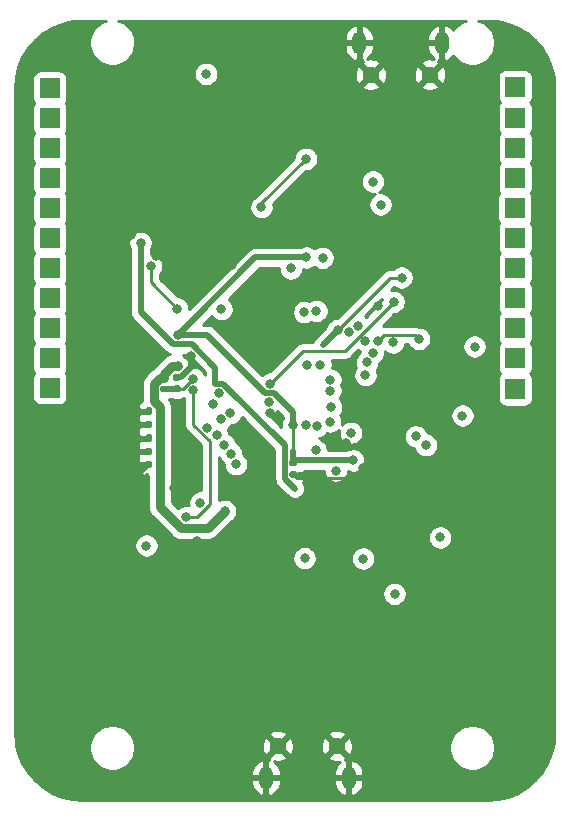
<source format=gbr>
%TF.GenerationSoftware,KiCad,Pcbnew,(5.1.6)-1*%
%TF.CreationDate,2022-06-15T09:10:04-05:00*%
%TF.ProjectId,ESP32-S2_Dev,45535033-322d-4533-925f-4465762e6b69,01*%
%TF.SameCoordinates,Original*%
%TF.FileFunction,Copper,L4,Bot*%
%TF.FilePolarity,Positive*%
%FSLAX46Y46*%
G04 Gerber Fmt 4.6, Leading zero omitted, Abs format (unit mm)*
G04 Created by KiCad (PCBNEW (5.1.6)-1) date 2022-06-15 09:10:04*
%MOMM*%
%LPD*%
G01*
G04 APERTURE LIST*
%TA.AperFunction,ComponentPad*%
%ADD10R,1.700000X1.700000*%
%TD*%
%TA.AperFunction,ComponentPad*%
%ADD11O,1.200000X1.900000*%
%TD*%
%TA.AperFunction,ComponentPad*%
%ADD12C,1.450000*%
%TD*%
%TA.AperFunction,ViaPad*%
%ADD13C,0.800000*%
%TD*%
%TA.AperFunction,Conductor*%
%ADD14C,0.254000*%
%TD*%
%TA.AperFunction,Conductor*%
%ADD15C,0.508000*%
%TD*%
%TA.AperFunction,Conductor*%
%ADD16C,0.762000*%
%TD*%
G04 APERTURE END LIST*
%TO.P,C30,2*%
%TO.N,/MCU_3P3*%
%TA.AperFunction,SMDPad,CuDef*%
G36*
G01*
X120898700Y-106998000D02*
X120553700Y-106998000D01*
G75*
G02*
X120406200Y-106850500I0J147500D01*
G01*
X120406200Y-106555500D01*
G75*
G02*
X120553700Y-106408000I147500J0D01*
G01*
X120898700Y-106408000D01*
G75*
G02*
X121046200Y-106555500I0J-147500D01*
G01*
X121046200Y-106850500D01*
G75*
G02*
X120898700Y-106998000I-147500J0D01*
G01*
G37*
%TD.AperFunction*%
%TO.P,C30,1*%
%TO.N,GND*%
%TA.AperFunction,SMDPad,CuDef*%
G36*
G01*
X120898700Y-107968000D02*
X120553700Y-107968000D01*
G75*
G02*
X120406200Y-107820500I0J147500D01*
G01*
X120406200Y-107525500D01*
G75*
G02*
X120553700Y-107378000I147500J0D01*
G01*
X120898700Y-107378000D01*
G75*
G02*
X121046200Y-107525500I0J-147500D01*
G01*
X121046200Y-107820500D01*
G75*
G02*
X120898700Y-107968000I-147500J0D01*
G01*
G37*
%TD.AperFunction*%
%TD*%
D10*
%TO.P,IO13,1*%
%TO.N,/GPIO13*%
X100126800Y-95250000D03*
%TD*%
D11*
%TO.P,UART1,6*%
%TO.N,GND*%
X126310000Y-71120000D03*
X133310000Y-71120000D03*
D12*
X127310000Y-73820000D03*
X132310000Y-73820000D03*
%TD*%
D11*
%TO.P,USB1,6*%
%TO.N,GND*%
X125420000Y-133350000D03*
X118420000Y-133350000D03*
D12*
X124420000Y-130650000D03*
X119420000Y-130650000D03*
%TD*%
%TO.P,L1,2*%
%TO.N,/MCU_3P3A_FILT*%
%TA.AperFunction,SMDPad,CuDef*%
G36*
G01*
X109606300Y-100141400D02*
X109951300Y-100141400D01*
G75*
G02*
X110098800Y-100288900I0J-147500D01*
G01*
X110098800Y-100583900D01*
G75*
G02*
X109951300Y-100731400I-147500J0D01*
G01*
X109606300Y-100731400D01*
G75*
G02*
X109458800Y-100583900I0J147500D01*
G01*
X109458800Y-100288900D01*
G75*
G02*
X109606300Y-100141400I147500J0D01*
G01*
G37*
%TD.AperFunction*%
%TO.P,L1,1*%
%TO.N,/MCU_3P3A*%
%TA.AperFunction,SMDPad,CuDef*%
G36*
G01*
X109606300Y-99171400D02*
X109951300Y-99171400D01*
G75*
G02*
X110098800Y-99318900I0J-147500D01*
G01*
X110098800Y-99613900D01*
G75*
G02*
X109951300Y-99761400I-147500J0D01*
G01*
X109606300Y-99761400D01*
G75*
G02*
X109458800Y-99613900I0J147500D01*
G01*
X109458800Y-99318900D01*
G75*
G02*
X109606300Y-99171400I147500J0D01*
G01*
G37*
%TD.AperFunction*%
%TD*%
D10*
%TO.P,DAC1,1*%
%TO.N,/DAC1*%
X100126800Y-100330000D03*
%TD*%
%TO.P,IO46,1*%
%TO.N,/GPIO46*%
X100126800Y-77470000D03*
%TD*%
%TO.P,IO45,1*%
%TO.N,/GPIO45*%
X100126800Y-74955400D03*
%TD*%
%TO.P,IO42,1*%
%TO.N,/GPIO42*%
X139522200Y-74853800D03*
%TD*%
%TO.P,IO41,1*%
%TO.N,/GPIO41*%
X139522200Y-77470000D03*
%TD*%
%TO.P,IO40,1*%
%TO.N,/GPIO40*%
X139522200Y-80010000D03*
%TD*%
%TO.P,IO39,1*%
%TO.N,/GPIO39*%
X139522200Y-82550000D03*
%TD*%
%TO.P,IO38,1*%
%TO.N,/GPIO38*%
X139496800Y-85090000D03*
%TD*%
%TO.P,IO37,1*%
%TO.N,/GPIO37*%
X139522200Y-87630000D03*
%TD*%
%TO.P,IO36,1*%
%TO.N,/GPIO36*%
X139522200Y-90170000D03*
%TD*%
%TO.P,IO35,1*%
%TO.N,/GPIO35*%
X139522200Y-92710000D03*
%TD*%
%TO.P,IO34,1*%
%TO.N,/GPIO34*%
X139522200Y-95250000D03*
%TD*%
%TO.P,IO33,1*%
%TO.N,/GPIO33*%
X139522200Y-97790000D03*
%TD*%
%TO.P,IO21,1*%
%TO.N,/GPIO21*%
X139522200Y-100431600D03*
%TD*%
%TO.P,IO14,1*%
%TO.N,/GPIO14*%
X100126800Y-97790000D03*
%TD*%
%TO.P,IO11,1*%
%TO.N,/GPIO11*%
X100126800Y-92710000D03*
%TD*%
%TO.P,IO10,1*%
%TO.N,/GPIO10*%
X100126800Y-90170000D03*
%TD*%
%TO.P,IO9,1*%
%TO.N,/GPIO9*%
X100126800Y-87630000D03*
%TD*%
%TO.P,IO8,1*%
%TO.N,/GPIO8*%
X100126800Y-85090000D03*
%TD*%
%TO.P,IO7,1*%
%TO.N,/GPIO7*%
X100126800Y-82550000D03*
%TD*%
%TO.P,IO6,1*%
%TO.N,/GPIO6*%
X100126800Y-80010000D03*
%TD*%
%TO.P,C32,2*%
%TO.N,/MCU_3P3A_FILT*%
%TA.AperFunction,SMDPad,CuDef*%
G36*
G01*
X110698500Y-100139000D02*
X111043500Y-100139000D01*
G75*
G02*
X111191000Y-100286500I0J-147500D01*
G01*
X111191000Y-100581500D01*
G75*
G02*
X111043500Y-100729000I-147500J0D01*
G01*
X110698500Y-100729000D01*
G75*
G02*
X110551000Y-100581500I0J147500D01*
G01*
X110551000Y-100286500D01*
G75*
G02*
X110698500Y-100139000I147500J0D01*
G01*
G37*
%TD.AperFunction*%
%TO.P,C32,1*%
%TO.N,GND*%
%TA.AperFunction,SMDPad,CuDef*%
G36*
G01*
X110698500Y-99169000D02*
X111043500Y-99169000D01*
G75*
G02*
X111191000Y-99316500I0J-147500D01*
G01*
X111191000Y-99611500D01*
G75*
G02*
X111043500Y-99759000I-147500J0D01*
G01*
X110698500Y-99759000D01*
G75*
G02*
X110551000Y-99611500I0J147500D01*
G01*
X110551000Y-99316500D01*
G75*
G02*
X110698500Y-99169000I147500J0D01*
G01*
G37*
%TD.AperFunction*%
%TD*%
%TO.P,C28,2*%
%TO.N,/MCU_3P3A*%
%TA.AperFunction,SMDPad,CuDef*%
G36*
G01*
X109183800Y-102483700D02*
X109183800Y-102138700D01*
G75*
G02*
X109331300Y-101991200I147500J0D01*
G01*
X109626300Y-101991200D01*
G75*
G02*
X109773800Y-102138700I0J-147500D01*
G01*
X109773800Y-102483700D01*
G75*
G02*
X109626300Y-102631200I-147500J0D01*
G01*
X109331300Y-102631200D01*
G75*
G02*
X109183800Y-102483700I0J147500D01*
G01*
G37*
%TD.AperFunction*%
%TO.P,C28,1*%
%TO.N,GND*%
%TA.AperFunction,SMDPad,CuDef*%
G36*
G01*
X108213800Y-102483700D02*
X108213800Y-102138700D01*
G75*
G02*
X108361300Y-101991200I147500J0D01*
G01*
X108656300Y-101991200D01*
G75*
G02*
X108803800Y-102138700I0J-147500D01*
G01*
X108803800Y-102483700D01*
G75*
G02*
X108656300Y-102631200I-147500J0D01*
G01*
X108361300Y-102631200D01*
G75*
G02*
X108213800Y-102483700I0J147500D01*
G01*
G37*
%TD.AperFunction*%
%TD*%
%TO.P,C27,2*%
%TO.N,/MCU_3P3A*%
%TA.AperFunction,SMDPad,CuDef*%
G36*
G01*
X109181400Y-103626700D02*
X109181400Y-103281700D01*
G75*
G02*
X109328900Y-103134200I147500J0D01*
G01*
X109623900Y-103134200D01*
G75*
G02*
X109771400Y-103281700I0J-147500D01*
G01*
X109771400Y-103626700D01*
G75*
G02*
X109623900Y-103774200I-147500J0D01*
G01*
X109328900Y-103774200D01*
G75*
G02*
X109181400Y-103626700I0J147500D01*
G01*
G37*
%TD.AperFunction*%
%TO.P,C27,1*%
%TO.N,GND*%
%TA.AperFunction,SMDPad,CuDef*%
G36*
G01*
X108211400Y-103626700D02*
X108211400Y-103281700D01*
G75*
G02*
X108358900Y-103134200I147500J0D01*
G01*
X108653900Y-103134200D01*
G75*
G02*
X108801400Y-103281700I0J-147500D01*
G01*
X108801400Y-103626700D01*
G75*
G02*
X108653900Y-103774200I-147500J0D01*
G01*
X108358900Y-103774200D01*
G75*
G02*
X108211400Y-103626700I0J147500D01*
G01*
G37*
%TD.AperFunction*%
%TD*%
%TO.P,C26,2*%
%TO.N,/MCU_3P3A*%
%TA.AperFunction,SMDPad,CuDef*%
G36*
G01*
X109179000Y-104769700D02*
X109179000Y-104424700D01*
G75*
G02*
X109326500Y-104277200I147500J0D01*
G01*
X109621500Y-104277200D01*
G75*
G02*
X109769000Y-104424700I0J-147500D01*
G01*
X109769000Y-104769700D01*
G75*
G02*
X109621500Y-104917200I-147500J0D01*
G01*
X109326500Y-104917200D01*
G75*
G02*
X109179000Y-104769700I0J147500D01*
G01*
G37*
%TD.AperFunction*%
%TO.P,C26,1*%
%TO.N,GND*%
%TA.AperFunction,SMDPad,CuDef*%
G36*
G01*
X108209000Y-104769700D02*
X108209000Y-104424700D01*
G75*
G02*
X108356500Y-104277200I147500J0D01*
G01*
X108651500Y-104277200D01*
G75*
G02*
X108799000Y-104424700I0J-147500D01*
G01*
X108799000Y-104769700D01*
G75*
G02*
X108651500Y-104917200I-147500J0D01*
G01*
X108356500Y-104917200D01*
G75*
G02*
X108209000Y-104769700I0J147500D01*
G01*
G37*
%TD.AperFunction*%
%TD*%
%TO.P,C24,2*%
%TO.N,/MCU_3P3A*%
%TA.AperFunction,SMDPad,CuDef*%
G36*
G01*
X109156000Y-107004900D02*
X109156000Y-106659900D01*
G75*
G02*
X109303500Y-106512400I147500J0D01*
G01*
X109598500Y-106512400D01*
G75*
G02*
X109746000Y-106659900I0J-147500D01*
G01*
X109746000Y-107004900D01*
G75*
G02*
X109598500Y-107152400I-147500J0D01*
G01*
X109303500Y-107152400D01*
G75*
G02*
X109156000Y-107004900I0J147500D01*
G01*
G37*
%TD.AperFunction*%
%TO.P,C24,1*%
%TO.N,GND*%
%TA.AperFunction,SMDPad,CuDef*%
G36*
G01*
X108186000Y-107004900D02*
X108186000Y-106659900D01*
G75*
G02*
X108333500Y-106512400I147500J0D01*
G01*
X108628500Y-106512400D01*
G75*
G02*
X108776000Y-106659900I0J-147500D01*
G01*
X108776000Y-107004900D01*
G75*
G02*
X108628500Y-107152400I-147500J0D01*
G01*
X108333500Y-107152400D01*
G75*
G02*
X108186000Y-107004900I0J147500D01*
G01*
G37*
%TD.AperFunction*%
%TD*%
%TO.P,C22,2*%
%TO.N,/MCU_3P3A*%
%TA.AperFunction,SMDPad,CuDef*%
G36*
G01*
X109158400Y-105912700D02*
X109158400Y-105567700D01*
G75*
G02*
X109305900Y-105420200I147500J0D01*
G01*
X109600900Y-105420200D01*
G75*
G02*
X109748400Y-105567700I0J-147500D01*
G01*
X109748400Y-105912700D01*
G75*
G02*
X109600900Y-106060200I-147500J0D01*
G01*
X109305900Y-106060200D01*
G75*
G02*
X109158400Y-105912700I0J147500D01*
G01*
G37*
%TD.AperFunction*%
%TO.P,C22,1*%
%TO.N,GND*%
%TA.AperFunction,SMDPad,CuDef*%
G36*
G01*
X108188400Y-105912700D02*
X108188400Y-105567700D01*
G75*
G02*
X108335900Y-105420200I147500J0D01*
G01*
X108630900Y-105420200D01*
G75*
G02*
X108778400Y-105567700I0J-147500D01*
G01*
X108778400Y-105912700D01*
G75*
G02*
X108630900Y-106060200I-147500J0D01*
G01*
X108335900Y-106060200D01*
G75*
G02*
X108188400Y-105912700I0J147500D01*
G01*
G37*
%TD.AperFunction*%
%TD*%
D13*
%TO.N,/LD0_3P3*%
X110896400Y-93624400D03*
X108686600Y-90043000D03*
%TO.N,/USB_5P0*%
X107803751Y-88055649D03*
%TO.N,GND*%
X124783800Y-80811524D03*
X125194449Y-105026849D03*
X128447800Y-105206800D03*
X112598200Y-113284000D03*
X107721400Y-110972600D03*
X128371600Y-108915200D03*
X135204200Y-110947200D03*
X135305800Y-108407200D03*
X130683000Y-101625400D03*
X132892800Y-96215200D03*
X131394200Y-114808000D03*
X134975600Y-114960400D03*
X117271800Y-110439200D03*
X118465600Y-113284000D03*
X110642400Y-108813600D03*
X107579166Y-107604566D03*
X107010200Y-87376000D03*
X109093000Y-89154000D03*
X115544600Y-89941400D03*
X123063000Y-91592400D03*
X127914400Y-93446600D03*
X118788560Y-102471370D03*
X114427000Y-100761800D03*
X112039400Y-97685600D03*
X121037400Y-113131600D03*
X125826352Y-108514048D03*
X106070400Y-98526600D03*
X105943400Y-104343200D03*
X126619000Y-107086400D03*
X116967000Y-82778600D03*
X118821200Y-80467200D03*
X132765800Y-99288600D03*
%TO.N,/CP2102_VDD*%
X121793000Y-80949800D03*
X118033800Y-85039200D03*
%TO.N,/MCU_3P3*%
X120726200Y-103479600D03*
X125806200Y-106476800D03*
X110947200Y-95885000D03*
X121843758Y-89304000D03*
X124507183Y-95458455D03*
X129913548Y-91000748D03*
%TO.N,/RST_PROG*%
X112877600Y-110058200D03*
X129311400Y-117779800D03*
X108305600Y-113690400D03*
%TO.N,/USB_DP*%
X122631200Y-105613200D03*
X126657100Y-114795300D03*
%TO.N,/MCU_3P3A*%
X114935000Y-110769400D03*
X110947200Y-98501200D03*
%TO.N,/USB_DM*%
X122738014Y-103576834D03*
X121691400Y-114757200D03*
%TO.N,/MCU_3P3A_FILT*%
X112268000Y-99568000D03*
%TO.N,/GPIO6*%
X113969800Y-101688999D03*
%TO.N,/GPIO7*%
X115417600Y-102485601D03*
%TO.N,/GPIO8*%
X114579590Y-102996999D03*
%TO.N,/GPIO9*%
X113461800Y-103708200D03*
%TO.N,/GPIO10*%
X114300000Y-104362200D03*
%TO.N,/GPIO11*%
X114909600Y-105156000D03*
%TO.N,/GPIO13*%
X115448357Y-105915320D03*
%TO.N,/GPIO14*%
X115874800Y-106807000D03*
%TO.N,/GPIO21*%
X125603000Y-104140000D03*
%TO.N,/GPIO33*%
X123875524Y-100571574D03*
%TO.N,/GPIO34*%
X123869402Y-99644593D03*
%TO.N,/GPIO35*%
X126848110Y-99263711D03*
%TO.N,/GPIO36*%
X126995701Y-98191224D03*
%TO.N,/GPIO37*%
X127457200Y-97409000D03*
%TO.N,/GPIO38*%
X126847600Y-96342200D03*
%TO.N,/GPIO39*%
X126238281Y-95137623D03*
%TO.N,/GPIO40*%
X125425681Y-95583730D03*
%TO.N,/GPIO41*%
X123037600Y-98399600D03*
%TO.N,/GPIO42*%
X121869200Y-98393202D03*
%TO.N,/GPIO45*%
X120523001Y-90220800D03*
%TO.N,/GPIO46*%
X114655600Y-93675200D03*
%TO.N,/DAC1*%
X121777072Y-103504735D03*
%TO.N,/BOOT_PROG*%
X112268000Y-100558600D03*
X111633000Y-111302800D03*
X129235200Y-93065600D03*
X118802198Y-99974400D03*
%TO.N,/SPICS0*%
X124333000Y-107340400D03*
X123944605Y-101988841D03*
%TO.N,/SPICS1*%
X123825000Y-103200200D03*
X123215400Y-89331800D03*
%TO.N,/GPIO4*%
X113360200Y-73761600D03*
X118700642Y-101544898D03*
%TO.N,/UART_TX*%
X122687248Y-93832848D03*
X128134349Y-84817000D03*
%TO.N,/SPID*%
X127876399Y-96397317D03*
X131368800Y-96196100D03*
%TO.N,/SPIQ*%
X136093200Y-96850200D03*
X129184400Y-96494600D03*
%TO.N,/SPIWP*%
X133172200Y-113004600D03*
X131114800Y-104444800D03*
%TO.N,/SPIHD*%
X135057200Y-102692200D03*
X131953000Y-105181400D03*
%TO.N,/UART_RX*%
X127480349Y-82876447D03*
X121666000Y-93929200D03*
%TD*%
D14*
%TO.N,/LD0_3P3*%
X110896400Y-93624400D02*
X108686600Y-91414600D01*
X108686600Y-91414600D02*
X108686600Y-90043000D01*
D15*
%TO.N,/USB_5P0*%
X120850172Y-108864400D02*
X120025190Y-108039418D01*
X120025190Y-106060210D02*
X120025190Y-105861028D01*
X120025190Y-108039418D02*
X120025190Y-106060210D01*
X110830163Y-96666001D02*
X110572319Y-96666001D01*
X110572319Y-96666001D02*
X107803751Y-93897433D01*
X107803751Y-93897433D02*
X107803751Y-88055649D01*
X114801881Y-99980799D02*
X120025190Y-105204108D01*
X114144961Y-99980799D02*
X114801881Y-99980799D01*
X120025190Y-105204108D02*
X120025190Y-106060210D01*
X114144961Y-98635279D02*
X114144961Y-99980799D01*
X112175683Y-96666001D02*
X114144961Y-98635279D01*
X110572319Y-96666001D02*
X112175683Y-96666001D01*
%TO.N,GND*%
X108481000Y-106832400D02*
X108351332Y-106832400D01*
X108351332Y-106832400D02*
X107579166Y-107604566D01*
X112039400Y-98615600D02*
X112039400Y-97685600D01*
X110871000Y-99464000D02*
X111191000Y-99464000D01*
X111191000Y-99464000D02*
X112039400Y-98615600D01*
D14*
X125306705Y-107994401D02*
X125826352Y-108514048D01*
X120726200Y-107673000D02*
X121047601Y-107994401D01*
X121047601Y-107994401D02*
X125306705Y-107994401D01*
%TO.N,/CP2102_VDD*%
X121793000Y-80949800D02*
X118033800Y-84709000D01*
X118033800Y-84709000D02*
X118033800Y-85039200D01*
%TO.N,/MCU_3P3*%
X120726200Y-106703000D02*
X120726200Y-103479600D01*
D15*
X120952400Y-106476800D02*
X120726200Y-106703000D01*
X125806200Y-106476800D02*
X120952400Y-106476800D01*
X120726200Y-106703000D02*
X120726200Y-105664000D01*
X121843758Y-89304000D02*
X117528200Y-89304000D01*
X117528200Y-89304000D02*
X112001300Y-94830900D01*
X112001300Y-94830900D02*
X110947200Y-95885000D01*
X124507183Y-95458455D02*
X123254085Y-96711553D01*
D14*
X128964890Y-91000748D02*
X124507183Y-95458455D01*
X129913548Y-91000748D02*
X128964890Y-91000748D01*
D15*
X119075523Y-100763897D02*
X120726200Y-102414574D01*
X118325761Y-100763897D02*
X119075523Y-100763897D01*
X113446864Y-95885000D02*
X118325761Y-100763897D01*
X120726200Y-102414574D02*
X120726200Y-103479600D01*
X110947200Y-95885000D02*
X113446864Y-95885000D01*
%TO.N,/MCU_3P3A*%
X109478800Y-105714800D02*
X109453400Y-105740200D01*
X109478800Y-102311200D02*
X109478800Y-105714800D01*
D16*
X113493599Y-112210801D02*
X114935000Y-110769400D01*
X111197159Y-112210801D02*
X113493599Y-112210801D01*
X109451000Y-106832400D02*
X109451000Y-110464642D01*
X109451000Y-110464642D02*
X111197159Y-112210801D01*
X109451000Y-102339000D02*
X109478800Y-102311200D01*
X109451000Y-106832400D02*
X109451000Y-102339000D01*
X109458800Y-99466400D02*
X109778800Y-99466400D01*
X108950790Y-99974410D02*
X109458800Y-99466400D01*
X108950790Y-101463190D02*
X108950790Y-99974410D01*
X109478800Y-101991200D02*
X108950790Y-101463190D01*
X109478800Y-102311200D02*
X109478800Y-101991200D01*
X110449000Y-98501200D02*
X110947200Y-98501200D01*
X109778800Y-99171400D02*
X110449000Y-98501200D01*
X109778800Y-99466400D02*
X109778800Y-99171400D01*
D15*
%TO.N,/MCU_3P3A_FILT*%
X110868600Y-100436400D02*
X110871000Y-100434000D01*
X109778800Y-100436400D02*
X110868600Y-100436400D01*
D14*
X110871000Y-100434000D02*
X111402000Y-100434000D01*
X111402000Y-100434000D02*
X112268000Y-99568000D01*
%TO.N,/BOOT_PROG*%
X112600922Y-111302800D02*
X111633000Y-111302800D01*
X113690400Y-110213322D02*
X112600922Y-111302800D01*
X112268000Y-103456922D02*
X113690400Y-104879322D01*
X113690400Y-104879322D02*
X113690400Y-110213322D01*
X112268000Y-100558600D02*
X112268000Y-103456922D01*
X129235200Y-93065600D02*
X125081237Y-97219563D01*
X121557035Y-97219563D02*
X118802198Y-99974400D01*
X125081237Y-97219563D02*
X121557035Y-97219563D01*
%TO.N,/SPID*%
X131013299Y-95840599D02*
X131368800Y-96196100D01*
X127876399Y-96397317D02*
X128433117Y-95840599D01*
X128433117Y-95840599D02*
X131013299Y-95840599D01*
%TD*%
%TO.N,GND*%
G36*
X104843945Y-69253966D02*
G01*
X104490776Y-69400254D01*
X104172933Y-69612630D01*
X103902630Y-69882933D01*
X103690254Y-70200776D01*
X103543966Y-70553945D01*
X103469390Y-70928867D01*
X103469390Y-71311133D01*
X103543966Y-71686055D01*
X103690254Y-72039224D01*
X103902630Y-72357067D01*
X104172933Y-72627370D01*
X104490776Y-72839746D01*
X104843945Y-72986034D01*
X105218867Y-73060610D01*
X105601133Y-73060610D01*
X105976055Y-72986034D01*
X106329224Y-72839746D01*
X106647067Y-72627370D01*
X106917370Y-72357067D01*
X107129746Y-72039224D01*
X107276034Y-71686055D01*
X107350610Y-71311133D01*
X107350610Y-71247000D01*
X125075000Y-71247000D01*
X125075000Y-71597000D01*
X125123507Y-71835496D01*
X125217610Y-72059946D01*
X125353693Y-72261725D01*
X125526526Y-72433078D01*
X125729467Y-72567421D01*
X125954718Y-72659591D01*
X125992391Y-72663462D01*
X126183000Y-72538731D01*
X126183000Y-71247000D01*
X126437000Y-71247000D01*
X126437000Y-72538731D01*
X126610862Y-72652503D01*
X126550472Y-72880867D01*
X127310000Y-73640395D01*
X128069528Y-72880867D01*
X131550472Y-72880867D01*
X132310000Y-73640395D01*
X133069528Y-72880867D01*
X133009138Y-72652503D01*
X133183000Y-72538731D01*
X133183000Y-71247000D01*
X132075000Y-71247000D01*
X132075000Y-71597000D01*
X132123507Y-71835496D01*
X132217610Y-72059946D01*
X132353693Y-72261725D01*
X132526526Y-72433078D01*
X132621836Y-72496171D01*
X132504151Y-72467281D01*
X132236518Y-72455396D01*
X131971709Y-72495952D01*
X131719900Y-72587391D01*
X131612965Y-72644550D01*
X131550472Y-72880867D01*
X128069528Y-72880867D01*
X128007035Y-72644550D01*
X127764322Y-72531150D01*
X127504151Y-72467281D01*
X127236518Y-72455396D01*
X127006558Y-72490615D01*
X127093474Y-72433078D01*
X127266307Y-72261725D01*
X127402390Y-72059946D01*
X127496493Y-71835496D01*
X127545000Y-71597000D01*
X127545000Y-71247000D01*
X126437000Y-71247000D01*
X126183000Y-71247000D01*
X125075000Y-71247000D01*
X107350610Y-71247000D01*
X107350610Y-70928867D01*
X107293748Y-70643000D01*
X125075000Y-70643000D01*
X125075000Y-70993000D01*
X126183000Y-70993000D01*
X126183000Y-69701269D01*
X126437000Y-69701269D01*
X126437000Y-70993000D01*
X127545000Y-70993000D01*
X127545000Y-70643000D01*
X132075000Y-70643000D01*
X132075000Y-70993000D01*
X133183000Y-70993000D01*
X133183000Y-69701269D01*
X132992391Y-69576538D01*
X132954718Y-69580409D01*
X132729467Y-69672579D01*
X132526526Y-69806922D01*
X132353693Y-69978275D01*
X132217610Y-70180054D01*
X132123507Y-70404504D01*
X132075000Y-70643000D01*
X127545000Y-70643000D01*
X127496493Y-70404504D01*
X127402390Y-70180054D01*
X127266307Y-69978275D01*
X127093474Y-69806922D01*
X126890533Y-69672579D01*
X126665282Y-69580409D01*
X126627609Y-69576538D01*
X126437000Y-69701269D01*
X126183000Y-69701269D01*
X125992391Y-69576538D01*
X125954718Y-69580409D01*
X125729467Y-69672579D01*
X125526526Y-69806922D01*
X125353693Y-69978275D01*
X125217610Y-70180054D01*
X125123507Y-70404504D01*
X125075000Y-70643000D01*
X107293748Y-70643000D01*
X107276034Y-70553945D01*
X107129746Y-70200776D01*
X106917370Y-69882933D01*
X106647067Y-69612630D01*
X106329224Y-69400254D01*
X105976055Y-69253966D01*
X105905843Y-69240000D01*
X135394157Y-69240000D01*
X135323945Y-69253966D01*
X134970776Y-69400254D01*
X134652933Y-69612630D01*
X134382630Y-69882933D01*
X134292738Y-70017466D01*
X134266307Y-69978275D01*
X134093474Y-69806922D01*
X133890533Y-69672579D01*
X133665282Y-69580409D01*
X133627609Y-69576538D01*
X133437000Y-69701269D01*
X133437000Y-70993000D01*
X133457000Y-70993000D01*
X133457000Y-71247000D01*
X133437000Y-71247000D01*
X133437000Y-72538731D01*
X133627609Y-72663462D01*
X133665282Y-72659591D01*
X133890533Y-72567421D01*
X134093474Y-72433078D01*
X134266307Y-72261725D01*
X134292738Y-72222534D01*
X134382630Y-72357067D01*
X134652933Y-72627370D01*
X134970776Y-72839746D01*
X135323945Y-72986034D01*
X135698867Y-73060610D01*
X136081133Y-73060610D01*
X136456055Y-72986034D01*
X136809224Y-72839746D01*
X137127067Y-72627370D01*
X137397370Y-72357067D01*
X137609746Y-72039224D01*
X137756034Y-71686055D01*
X137830610Y-71311133D01*
X137830610Y-70928867D01*
X137756034Y-70553945D01*
X137609746Y-70200776D01*
X137397370Y-69882933D01*
X137127067Y-69612630D01*
X136809224Y-69400254D01*
X136456055Y-69253966D01*
X136385843Y-69240000D01*
X137134074Y-69240000D01*
X138049791Y-69312068D01*
X138917678Y-69520430D01*
X139742275Y-69861989D01*
X140503299Y-70328345D01*
X141181994Y-70908006D01*
X141761655Y-71586701D01*
X142228009Y-72347720D01*
X142569570Y-73172322D01*
X142777931Y-74040207D01*
X142850001Y-74955939D01*
X142850000Y-129514074D01*
X142777931Y-130429793D01*
X142569570Y-131297678D01*
X142228009Y-132122280D01*
X141761655Y-132883299D01*
X141181994Y-133561994D01*
X140503299Y-134141655D01*
X139742275Y-134608011D01*
X138917678Y-134949570D01*
X138049791Y-135157932D01*
X137134074Y-135230000D01*
X102895926Y-135230000D01*
X101980207Y-135157931D01*
X101112322Y-134949570D01*
X100287720Y-134608009D01*
X99526701Y-134141655D01*
X98848006Y-133561994D01*
X98775415Y-133477000D01*
X117185000Y-133477000D01*
X117185000Y-133827000D01*
X117233507Y-134065496D01*
X117327610Y-134289946D01*
X117463693Y-134491725D01*
X117636526Y-134663078D01*
X117839467Y-134797421D01*
X118064718Y-134889591D01*
X118102391Y-134893462D01*
X118293000Y-134768731D01*
X118293000Y-133477000D01*
X118547000Y-133477000D01*
X118547000Y-134768731D01*
X118737609Y-134893462D01*
X118775282Y-134889591D01*
X119000533Y-134797421D01*
X119203474Y-134663078D01*
X119376307Y-134491725D01*
X119512390Y-134289946D01*
X119606493Y-134065496D01*
X119655000Y-133827000D01*
X119655000Y-133477000D01*
X124185000Y-133477000D01*
X124185000Y-133827000D01*
X124233507Y-134065496D01*
X124327610Y-134289946D01*
X124463693Y-134491725D01*
X124636526Y-134663078D01*
X124839467Y-134797421D01*
X125064718Y-134889591D01*
X125102391Y-134893462D01*
X125293000Y-134768731D01*
X125293000Y-133477000D01*
X125547000Y-133477000D01*
X125547000Y-134768731D01*
X125737609Y-134893462D01*
X125775282Y-134889591D01*
X126000533Y-134797421D01*
X126203474Y-134663078D01*
X126376307Y-134491725D01*
X126512390Y-134289946D01*
X126606493Y-134065496D01*
X126655000Y-133827000D01*
X126655000Y-133477000D01*
X125547000Y-133477000D01*
X125293000Y-133477000D01*
X124185000Y-133477000D01*
X119655000Y-133477000D01*
X118547000Y-133477000D01*
X118293000Y-133477000D01*
X117185000Y-133477000D01*
X98775415Y-133477000D01*
X98268345Y-132883299D01*
X98262034Y-132873000D01*
X117185000Y-132873000D01*
X117185000Y-133223000D01*
X118293000Y-133223000D01*
X118293000Y-131931269D01*
X118547000Y-131931269D01*
X118547000Y-133223000D01*
X119655000Y-133223000D01*
X119655000Y-132873000D01*
X119606493Y-132634504D01*
X119512390Y-132410054D01*
X119376307Y-132208275D01*
X119203474Y-132036922D01*
X119108164Y-131973829D01*
X119225849Y-132002719D01*
X119493482Y-132014604D01*
X119758291Y-131974048D01*
X120010100Y-131882609D01*
X120117035Y-131825450D01*
X120179528Y-131589133D01*
X123660472Y-131589133D01*
X123722965Y-131825450D01*
X123965678Y-131938850D01*
X124225849Y-132002719D01*
X124493482Y-132014604D01*
X124723442Y-131979385D01*
X124636526Y-132036922D01*
X124463693Y-132208275D01*
X124327610Y-132410054D01*
X124233507Y-132634504D01*
X124185000Y-132873000D01*
X124185000Y-133223000D01*
X125293000Y-133223000D01*
X125293000Y-131931269D01*
X125547000Y-131931269D01*
X125547000Y-133223000D01*
X126655000Y-133223000D01*
X126655000Y-132873000D01*
X126606493Y-132634504D01*
X126512390Y-132410054D01*
X126376307Y-132208275D01*
X126203474Y-132036922D01*
X126000533Y-131902579D01*
X125775282Y-131810409D01*
X125737609Y-131806538D01*
X125547000Y-131931269D01*
X125293000Y-131931269D01*
X125119138Y-131817497D01*
X125179528Y-131589133D01*
X124420000Y-130829605D01*
X123660472Y-131589133D01*
X120179528Y-131589133D01*
X119420000Y-130829605D01*
X118660472Y-131589133D01*
X118720862Y-131817497D01*
X118547000Y-131931269D01*
X118293000Y-131931269D01*
X118102391Y-131806538D01*
X118064718Y-131810409D01*
X117839467Y-131902579D01*
X117636526Y-132036922D01*
X117463693Y-132208275D01*
X117327610Y-132410054D01*
X117233507Y-132634504D01*
X117185000Y-132873000D01*
X98262034Y-132873000D01*
X97801989Y-132122275D01*
X97460430Y-131297678D01*
X97297462Y-130618867D01*
X103469390Y-130618867D01*
X103469390Y-131001133D01*
X103543966Y-131376055D01*
X103690254Y-131729224D01*
X103902630Y-132047067D01*
X104172933Y-132317370D01*
X104490776Y-132529746D01*
X104843945Y-132676034D01*
X105218867Y-132750610D01*
X105601133Y-132750610D01*
X105976055Y-132676034D01*
X106329224Y-132529746D01*
X106647067Y-132317370D01*
X106917370Y-132047067D01*
X107129746Y-131729224D01*
X107276034Y-131376055D01*
X107350610Y-131001133D01*
X107350610Y-130723482D01*
X118055396Y-130723482D01*
X118095952Y-130988291D01*
X118187391Y-131240100D01*
X118244550Y-131347035D01*
X118480867Y-131409528D01*
X119240395Y-130650000D01*
X119599605Y-130650000D01*
X120359133Y-131409528D01*
X120595450Y-131347035D01*
X120708850Y-131104322D01*
X120772719Y-130844151D01*
X120778077Y-130723482D01*
X123055396Y-130723482D01*
X123095952Y-130988291D01*
X123187391Y-131240100D01*
X123244550Y-131347035D01*
X123480867Y-131409528D01*
X124240395Y-130650000D01*
X124599605Y-130650000D01*
X125359133Y-131409528D01*
X125595450Y-131347035D01*
X125708850Y-131104322D01*
X125772719Y-130844151D01*
X125782723Y-130618867D01*
X133949390Y-130618867D01*
X133949390Y-131001133D01*
X134023966Y-131376055D01*
X134170254Y-131729224D01*
X134382630Y-132047067D01*
X134652933Y-132317370D01*
X134970776Y-132529746D01*
X135323945Y-132676034D01*
X135698867Y-132750610D01*
X136081133Y-132750610D01*
X136456055Y-132676034D01*
X136809224Y-132529746D01*
X137127067Y-132317370D01*
X137397370Y-132047067D01*
X137609746Y-131729224D01*
X137756034Y-131376055D01*
X137830610Y-131001133D01*
X137830610Y-130618867D01*
X137756034Y-130243945D01*
X137609746Y-129890776D01*
X137397370Y-129572933D01*
X137127067Y-129302630D01*
X136809224Y-129090254D01*
X136456055Y-128943966D01*
X136081133Y-128869390D01*
X135698867Y-128869390D01*
X135323945Y-128943966D01*
X134970776Y-129090254D01*
X134652933Y-129302630D01*
X134382630Y-129572933D01*
X134170254Y-129890776D01*
X134023966Y-130243945D01*
X133949390Y-130618867D01*
X125782723Y-130618867D01*
X125784604Y-130576518D01*
X125744048Y-130311709D01*
X125652609Y-130059900D01*
X125595450Y-129952965D01*
X125359133Y-129890472D01*
X124599605Y-130650000D01*
X124240395Y-130650000D01*
X123480867Y-129890472D01*
X123244550Y-129952965D01*
X123131150Y-130195678D01*
X123067281Y-130455849D01*
X123055396Y-130723482D01*
X120778077Y-130723482D01*
X120784604Y-130576518D01*
X120744048Y-130311709D01*
X120652609Y-130059900D01*
X120595450Y-129952965D01*
X120359133Y-129890472D01*
X119599605Y-130650000D01*
X119240395Y-130650000D01*
X118480867Y-129890472D01*
X118244550Y-129952965D01*
X118131150Y-130195678D01*
X118067281Y-130455849D01*
X118055396Y-130723482D01*
X107350610Y-130723482D01*
X107350610Y-130618867D01*
X107276034Y-130243945D01*
X107129746Y-129890776D01*
X107009535Y-129710867D01*
X118660472Y-129710867D01*
X119420000Y-130470395D01*
X120179528Y-129710867D01*
X123660472Y-129710867D01*
X124420000Y-130470395D01*
X125179528Y-129710867D01*
X125117035Y-129474550D01*
X124874322Y-129361150D01*
X124614151Y-129297281D01*
X124346518Y-129285396D01*
X124081709Y-129325952D01*
X123829900Y-129417391D01*
X123722965Y-129474550D01*
X123660472Y-129710867D01*
X120179528Y-129710867D01*
X120117035Y-129474550D01*
X119874322Y-129361150D01*
X119614151Y-129297281D01*
X119346518Y-129285396D01*
X119081709Y-129325952D01*
X118829900Y-129417391D01*
X118722965Y-129474550D01*
X118660472Y-129710867D01*
X107009535Y-129710867D01*
X106917370Y-129572933D01*
X106647067Y-129302630D01*
X106329224Y-129090254D01*
X105976055Y-128943966D01*
X105601133Y-128869390D01*
X105218867Y-128869390D01*
X104843945Y-128943966D01*
X104490776Y-129090254D01*
X104172933Y-129302630D01*
X103902630Y-129572933D01*
X103690254Y-129890776D01*
X103543966Y-130243945D01*
X103469390Y-130618867D01*
X97297462Y-130618867D01*
X97252068Y-130429791D01*
X97180000Y-129514074D01*
X97180000Y-117677861D01*
X128276400Y-117677861D01*
X128276400Y-117881739D01*
X128316174Y-118081698D01*
X128394195Y-118270056D01*
X128507463Y-118439574D01*
X128651626Y-118583737D01*
X128821144Y-118697005D01*
X129009502Y-118775026D01*
X129209461Y-118814800D01*
X129413339Y-118814800D01*
X129613298Y-118775026D01*
X129801656Y-118697005D01*
X129971174Y-118583737D01*
X130115337Y-118439574D01*
X130228605Y-118270056D01*
X130306626Y-118081698D01*
X130346400Y-117881739D01*
X130346400Y-117677861D01*
X130306626Y-117477902D01*
X130228605Y-117289544D01*
X130115337Y-117120026D01*
X129971174Y-116975863D01*
X129801656Y-116862595D01*
X129613298Y-116784574D01*
X129413339Y-116744800D01*
X129209461Y-116744800D01*
X129009502Y-116784574D01*
X128821144Y-116862595D01*
X128651626Y-116975863D01*
X128507463Y-117120026D01*
X128394195Y-117289544D01*
X128316174Y-117477902D01*
X128276400Y-117677861D01*
X97180000Y-117677861D01*
X97180000Y-113588461D01*
X107270600Y-113588461D01*
X107270600Y-113792339D01*
X107310374Y-113992298D01*
X107388395Y-114180656D01*
X107501663Y-114350174D01*
X107645826Y-114494337D01*
X107815344Y-114607605D01*
X108003702Y-114685626D01*
X108203661Y-114725400D01*
X108407539Y-114725400D01*
X108607498Y-114685626D01*
X108680805Y-114655261D01*
X120656400Y-114655261D01*
X120656400Y-114859139D01*
X120696174Y-115059098D01*
X120774195Y-115247456D01*
X120887463Y-115416974D01*
X121031626Y-115561137D01*
X121201144Y-115674405D01*
X121389502Y-115752426D01*
X121589461Y-115792200D01*
X121793339Y-115792200D01*
X121993298Y-115752426D01*
X122181656Y-115674405D01*
X122351174Y-115561137D01*
X122495337Y-115416974D01*
X122608605Y-115247456D01*
X122686626Y-115059098D01*
X122726400Y-114859139D01*
X122726400Y-114693361D01*
X125622100Y-114693361D01*
X125622100Y-114897239D01*
X125661874Y-115097198D01*
X125739895Y-115285556D01*
X125853163Y-115455074D01*
X125997326Y-115599237D01*
X126166844Y-115712505D01*
X126355202Y-115790526D01*
X126555161Y-115830300D01*
X126759039Y-115830300D01*
X126958998Y-115790526D01*
X127147356Y-115712505D01*
X127316874Y-115599237D01*
X127461037Y-115455074D01*
X127574305Y-115285556D01*
X127652326Y-115097198D01*
X127692100Y-114897239D01*
X127692100Y-114693361D01*
X127652326Y-114493402D01*
X127574305Y-114305044D01*
X127461037Y-114135526D01*
X127316874Y-113991363D01*
X127147356Y-113878095D01*
X126958998Y-113800074D01*
X126759039Y-113760300D01*
X126555161Y-113760300D01*
X126355202Y-113800074D01*
X126166844Y-113878095D01*
X125997326Y-113991363D01*
X125853163Y-114135526D01*
X125739895Y-114305044D01*
X125661874Y-114493402D01*
X125622100Y-114693361D01*
X122726400Y-114693361D01*
X122726400Y-114655261D01*
X122686626Y-114455302D01*
X122608605Y-114266944D01*
X122495337Y-114097426D01*
X122351174Y-113953263D01*
X122181656Y-113839995D01*
X121993298Y-113761974D01*
X121793339Y-113722200D01*
X121589461Y-113722200D01*
X121389502Y-113761974D01*
X121201144Y-113839995D01*
X121031626Y-113953263D01*
X120887463Y-114097426D01*
X120774195Y-114266944D01*
X120696174Y-114455302D01*
X120656400Y-114655261D01*
X108680805Y-114655261D01*
X108795856Y-114607605D01*
X108965374Y-114494337D01*
X109109537Y-114350174D01*
X109222805Y-114180656D01*
X109300826Y-113992298D01*
X109340600Y-113792339D01*
X109340600Y-113588461D01*
X109300826Y-113388502D01*
X109222805Y-113200144D01*
X109109537Y-113030626D01*
X108965374Y-112886463D01*
X108795856Y-112773195D01*
X108607498Y-112695174D01*
X108407539Y-112655400D01*
X108203661Y-112655400D01*
X108003702Y-112695174D01*
X107815344Y-112773195D01*
X107645826Y-112886463D01*
X107501663Y-113030626D01*
X107388395Y-113200144D01*
X107310374Y-113388502D01*
X107270600Y-113588461D01*
X97180000Y-113588461D01*
X97180000Y-74955926D01*
X97246937Y-74105400D01*
X98638728Y-74105400D01*
X98638728Y-75805400D01*
X98650988Y-75929882D01*
X98687298Y-76049580D01*
X98746263Y-76159894D01*
X98789600Y-76212700D01*
X98746263Y-76265506D01*
X98687298Y-76375820D01*
X98650988Y-76495518D01*
X98638728Y-76620000D01*
X98638728Y-78320000D01*
X98650988Y-78444482D01*
X98687298Y-78564180D01*
X98746263Y-78674494D01*
X98800022Y-78740000D01*
X98746263Y-78805506D01*
X98687298Y-78915820D01*
X98650988Y-79035518D01*
X98638728Y-79160000D01*
X98638728Y-80860000D01*
X98650988Y-80984482D01*
X98687298Y-81104180D01*
X98746263Y-81214494D01*
X98800022Y-81280000D01*
X98746263Y-81345506D01*
X98687298Y-81455820D01*
X98650988Y-81575518D01*
X98638728Y-81700000D01*
X98638728Y-83400000D01*
X98650988Y-83524482D01*
X98687298Y-83644180D01*
X98746263Y-83754494D01*
X98800022Y-83820000D01*
X98746263Y-83885506D01*
X98687298Y-83995820D01*
X98650988Y-84115518D01*
X98638728Y-84240000D01*
X98638728Y-85940000D01*
X98650988Y-86064482D01*
X98687298Y-86184180D01*
X98746263Y-86294494D01*
X98800022Y-86360000D01*
X98746263Y-86425506D01*
X98687298Y-86535820D01*
X98650988Y-86655518D01*
X98638728Y-86780000D01*
X98638728Y-88480000D01*
X98650988Y-88604482D01*
X98687298Y-88724180D01*
X98746263Y-88834494D01*
X98800022Y-88900000D01*
X98746263Y-88965506D01*
X98687298Y-89075820D01*
X98650988Y-89195518D01*
X98638728Y-89320000D01*
X98638728Y-91020000D01*
X98650988Y-91144482D01*
X98687298Y-91264180D01*
X98746263Y-91374494D01*
X98800022Y-91440000D01*
X98746263Y-91505506D01*
X98687298Y-91615820D01*
X98650988Y-91735518D01*
X98638728Y-91860000D01*
X98638728Y-93560000D01*
X98650988Y-93684482D01*
X98687298Y-93804180D01*
X98746263Y-93914494D01*
X98800022Y-93980000D01*
X98746263Y-94045506D01*
X98687298Y-94155820D01*
X98650988Y-94275518D01*
X98638728Y-94400000D01*
X98638728Y-96100000D01*
X98650988Y-96224482D01*
X98687298Y-96344180D01*
X98746263Y-96454494D01*
X98800022Y-96520000D01*
X98746263Y-96585506D01*
X98687298Y-96695820D01*
X98650988Y-96815518D01*
X98638728Y-96940000D01*
X98638728Y-98640000D01*
X98650988Y-98764482D01*
X98687298Y-98884180D01*
X98746263Y-98994494D01*
X98800022Y-99060000D01*
X98746263Y-99125506D01*
X98687298Y-99235820D01*
X98650988Y-99355518D01*
X98638728Y-99480000D01*
X98638728Y-101180000D01*
X98650988Y-101304482D01*
X98687298Y-101424180D01*
X98746263Y-101534494D01*
X98825615Y-101631185D01*
X98922306Y-101710537D01*
X99032620Y-101769502D01*
X99152318Y-101805812D01*
X99276800Y-101818072D01*
X100976800Y-101818072D01*
X101101282Y-101805812D01*
X101220980Y-101769502D01*
X101331294Y-101710537D01*
X101427985Y-101631185D01*
X101507337Y-101534494D01*
X101566302Y-101424180D01*
X101602612Y-101304482D01*
X101614872Y-101180000D01*
X101614872Y-99480000D01*
X101602612Y-99355518D01*
X101566302Y-99235820D01*
X101507337Y-99125506D01*
X101453578Y-99060000D01*
X101507337Y-98994494D01*
X101566302Y-98884180D01*
X101602612Y-98764482D01*
X101614872Y-98640000D01*
X101614872Y-96940000D01*
X101602612Y-96815518D01*
X101566302Y-96695820D01*
X101507337Y-96585506D01*
X101453578Y-96520000D01*
X101507337Y-96454494D01*
X101566302Y-96344180D01*
X101602612Y-96224482D01*
X101614872Y-96100000D01*
X101614872Y-94400000D01*
X101602612Y-94275518D01*
X101566302Y-94155820D01*
X101507337Y-94045506D01*
X101453578Y-93980000D01*
X101507337Y-93914494D01*
X101566302Y-93804180D01*
X101602612Y-93684482D01*
X101614872Y-93560000D01*
X101614872Y-91860000D01*
X101602612Y-91735518D01*
X101566302Y-91615820D01*
X101507337Y-91505506D01*
X101453578Y-91440000D01*
X101507337Y-91374494D01*
X101566302Y-91264180D01*
X101602612Y-91144482D01*
X101614872Y-91020000D01*
X101614872Y-89320000D01*
X101602612Y-89195518D01*
X101566302Y-89075820D01*
X101507337Y-88965506D01*
X101453578Y-88900000D01*
X101507337Y-88834494D01*
X101566302Y-88724180D01*
X101602612Y-88604482D01*
X101614872Y-88480000D01*
X101614872Y-87953710D01*
X106768751Y-87953710D01*
X106768751Y-88157588D01*
X106808525Y-88357547D01*
X106886546Y-88545905D01*
X106914752Y-88588118D01*
X106914751Y-93853773D01*
X106910451Y-93897433D01*
X106914751Y-93941093D01*
X106914751Y-93941099D01*
X106925457Y-94049792D01*
X106927615Y-94071707D01*
X106946738Y-94134746D01*
X106978448Y-94239283D01*
X107060998Y-94393723D01*
X107172092Y-94529092D01*
X107206015Y-94556932D01*
X109912820Y-97263737D01*
X109940660Y-97297660D01*
X110076028Y-97408754D01*
X110230468Y-97491304D01*
X110256610Y-97499234D01*
X110249829Y-97499902D01*
X110058312Y-97557998D01*
X109999816Y-97589265D01*
X109881810Y-97652340D01*
X109727104Y-97779304D01*
X109695287Y-97818073D01*
X109095668Y-98417692D01*
X109056905Y-98449504D01*
X108940405Y-98591459D01*
X108891610Y-98617540D01*
X108736904Y-98744504D01*
X108705087Y-98783273D01*
X108267658Y-99220702D01*
X108228895Y-99252514D01*
X108101931Y-99407220D01*
X108030585Y-99540700D01*
X108007589Y-99583723D01*
X107949492Y-99775240D01*
X107929875Y-99974410D01*
X107934791Y-100024321D01*
X107934790Y-101413288D01*
X107934059Y-101420706D01*
X107859306Y-101460663D01*
X107762615Y-101540015D01*
X107683263Y-101636706D01*
X107624298Y-101747020D01*
X107587988Y-101866718D01*
X107575728Y-101991200D01*
X107578800Y-102025450D01*
X107737550Y-102184200D01*
X108228167Y-102184200D01*
X108228894Y-102185086D01*
X108267663Y-102216903D01*
X108434491Y-102383731D01*
X108435001Y-102388912D01*
X108435001Y-102458200D01*
X108381800Y-102458200D01*
X108381800Y-102438200D01*
X107737550Y-102438200D01*
X107578800Y-102596950D01*
X107575728Y-102631200D01*
X107587988Y-102755682D01*
X107624298Y-102875380D01*
X107627011Y-102880455D01*
X107621898Y-102890020D01*
X107585588Y-103009718D01*
X107573328Y-103134200D01*
X107576400Y-103168450D01*
X107735150Y-103327200D01*
X108379400Y-103327200D01*
X108379400Y-103307200D01*
X108435001Y-103307200D01*
X108435001Y-103601200D01*
X108379400Y-103601200D01*
X108379400Y-103581200D01*
X107735150Y-103581200D01*
X107576400Y-103739950D01*
X107573328Y-103774200D01*
X107585588Y-103898682D01*
X107621898Y-104018380D01*
X107624611Y-104023455D01*
X107619498Y-104033020D01*
X107583188Y-104152718D01*
X107570928Y-104277200D01*
X107574000Y-104311450D01*
X107732750Y-104470200D01*
X108377000Y-104470200D01*
X108377000Y-104450200D01*
X108435001Y-104450200D01*
X108435000Y-104744200D01*
X108377000Y-104744200D01*
X108377000Y-104724200D01*
X107732750Y-104724200D01*
X107574000Y-104882950D01*
X107570928Y-104917200D01*
X107583188Y-105041682D01*
X107614873Y-105146133D01*
X107598898Y-105176020D01*
X107562588Y-105295718D01*
X107550328Y-105420200D01*
X107553400Y-105454450D01*
X107712150Y-105613200D01*
X108356400Y-105613200D01*
X108356400Y-105593200D01*
X108435000Y-105593200D01*
X108435000Y-105877400D01*
X108356400Y-105877400D01*
X108356400Y-105867200D01*
X107712150Y-105867200D01*
X107553400Y-106025950D01*
X107550328Y-106060200D01*
X107562588Y-106184682D01*
X107592213Y-106282344D01*
X107560188Y-106387918D01*
X107547928Y-106512400D01*
X107551000Y-106546650D01*
X107709750Y-106705400D01*
X108354000Y-106705400D01*
X108354000Y-106685400D01*
X108356398Y-106685400D01*
X108356398Y-106695200D01*
X108435000Y-106695200D01*
X108435000Y-106979400D01*
X108354000Y-106979400D01*
X108354000Y-106959400D01*
X107709750Y-106959400D01*
X107551000Y-107118150D01*
X107547928Y-107152400D01*
X107560188Y-107276882D01*
X107596498Y-107396580D01*
X107655463Y-107506894D01*
X107734815Y-107603585D01*
X107831506Y-107682937D01*
X107941820Y-107741902D01*
X108061518Y-107778212D01*
X108186000Y-107790472D01*
X108195250Y-107787400D01*
X108353998Y-107628652D01*
X108353998Y-107787400D01*
X108435000Y-107787400D01*
X108435001Y-110414730D01*
X108430085Y-110464642D01*
X108449702Y-110663812D01*
X108488118Y-110790449D01*
X108507799Y-110855329D01*
X108602141Y-111031832D01*
X108729105Y-111186538D01*
X108767868Y-111218350D01*
X110443451Y-112893934D01*
X110475263Y-112932697D01*
X110629969Y-113059661D01*
X110806470Y-113154002D01*
X110806472Y-113154003D01*
X110997988Y-113212099D01*
X111197159Y-113231716D01*
X111247061Y-113226801D01*
X113443697Y-113226801D01*
X113493599Y-113231716D01*
X113543501Y-113226801D01*
X113692770Y-113212099D01*
X113884286Y-113154003D01*
X114060789Y-113059661D01*
X114215495Y-112932697D01*
X114240144Y-112902661D01*
X132137200Y-112902661D01*
X132137200Y-113106539D01*
X132176974Y-113306498D01*
X132254995Y-113494856D01*
X132368263Y-113664374D01*
X132512426Y-113808537D01*
X132681944Y-113921805D01*
X132870302Y-113999826D01*
X133070261Y-114039600D01*
X133274139Y-114039600D01*
X133474098Y-113999826D01*
X133662456Y-113921805D01*
X133831974Y-113808537D01*
X133976137Y-113664374D01*
X134089405Y-113494856D01*
X134167426Y-113306498D01*
X134207200Y-113106539D01*
X134207200Y-112902661D01*
X134167426Y-112702702D01*
X134089405Y-112514344D01*
X133976137Y-112344826D01*
X133831974Y-112200663D01*
X133662456Y-112087395D01*
X133474098Y-112009374D01*
X133274139Y-111969600D01*
X133070261Y-111969600D01*
X132870302Y-112009374D01*
X132681944Y-112087395D01*
X132512426Y-112200663D01*
X132368263Y-112344826D01*
X132254995Y-112514344D01*
X132176974Y-112702702D01*
X132137200Y-112902661D01*
X114240144Y-112902661D01*
X114247311Y-112893929D01*
X115513797Y-111627444D01*
X115594774Y-111573337D01*
X115738937Y-111429174D01*
X115852205Y-111259656D01*
X115930226Y-111071298D01*
X115970000Y-110871339D01*
X115970000Y-110667461D01*
X115930226Y-110467502D01*
X115852205Y-110279144D01*
X115738937Y-110109626D01*
X115594774Y-109965463D01*
X115425256Y-109852195D01*
X115236898Y-109774174D01*
X115036939Y-109734400D01*
X114833061Y-109734400D01*
X114633102Y-109774174D01*
X114452400Y-109849024D01*
X114452400Y-106213543D01*
X114453131Y-106217218D01*
X114531152Y-106405576D01*
X114644420Y-106575094D01*
X114788583Y-106719257D01*
X114839800Y-106753479D01*
X114839800Y-106908939D01*
X114879574Y-107108898D01*
X114957595Y-107297256D01*
X115070863Y-107466774D01*
X115215026Y-107610937D01*
X115384544Y-107724205D01*
X115572902Y-107802226D01*
X115772861Y-107842000D01*
X115976739Y-107842000D01*
X116176698Y-107802226D01*
X116365056Y-107724205D01*
X116534574Y-107610937D01*
X116678737Y-107466774D01*
X116792005Y-107297256D01*
X116870026Y-107108898D01*
X116909800Y-106908939D01*
X116909800Y-106705061D01*
X116870026Y-106505102D01*
X116792005Y-106316744D01*
X116678737Y-106147226D01*
X116534574Y-106003063D01*
X116483357Y-105968841D01*
X116483357Y-105813381D01*
X116443583Y-105613422D01*
X116365562Y-105425064D01*
X116252294Y-105255546D01*
X116108131Y-105111383D01*
X115938613Y-104998115D01*
X115933010Y-104995794D01*
X115904826Y-104854102D01*
X115826805Y-104665744D01*
X115713537Y-104496226D01*
X115569374Y-104352063D01*
X115399856Y-104238795D01*
X115324523Y-104207591D01*
X115295226Y-104060302D01*
X115217205Y-103871944D01*
X115191243Y-103833089D01*
X115239364Y-103800936D01*
X115383527Y-103656773D01*
X115474514Y-103520601D01*
X115519539Y-103520601D01*
X115719498Y-103480827D01*
X115907856Y-103402806D01*
X116077374Y-103289538D01*
X116221537Y-103145375D01*
X116334805Y-102975857D01*
X116394819Y-102830972D01*
X119136190Y-105572343D01*
X119136190Y-106103876D01*
X119136191Y-106103886D01*
X119136190Y-107995758D01*
X119131890Y-108039418D01*
X119136190Y-108083078D01*
X119136190Y-108083084D01*
X119149054Y-108213691D01*
X119199887Y-108381268D01*
X119282437Y-108535708D01*
X119393531Y-108671077D01*
X119427453Y-108698917D01*
X120252431Y-109523895D01*
X120353880Y-109607152D01*
X120508320Y-109689702D01*
X120675897Y-109740536D01*
X120850172Y-109757700D01*
X121024447Y-109740536D01*
X121192024Y-109689702D01*
X121346463Y-109607152D01*
X121481831Y-109496059D01*
X121592924Y-109360691D01*
X121675474Y-109206252D01*
X121726308Y-109038675D01*
X121743472Y-108864400D01*
X121726308Y-108690125D01*
X121675474Y-108522548D01*
X121592924Y-108368108D01*
X121566113Y-108335439D01*
X121576737Y-108322494D01*
X121635702Y-108212180D01*
X121672012Y-108092482D01*
X121684272Y-107968000D01*
X121681200Y-107958750D01*
X121522450Y-107800000D01*
X121043007Y-107800000D01*
X120914190Y-107671183D01*
X120914190Y-107634546D01*
X121051957Y-107620977D01*
X121199325Y-107576274D01*
X121255963Y-107546000D01*
X121522450Y-107546000D01*
X121681200Y-107387250D01*
X121684272Y-107378000D01*
X121683070Y-107365800D01*
X123298000Y-107365800D01*
X123298000Y-107442339D01*
X123337774Y-107642298D01*
X123415795Y-107830656D01*
X123529063Y-108000174D01*
X123673226Y-108144337D01*
X123842744Y-108257605D01*
X124031102Y-108335626D01*
X124231061Y-108375400D01*
X124434939Y-108375400D01*
X124634898Y-108335626D01*
X124823256Y-108257605D01*
X124992774Y-108144337D01*
X125136937Y-108000174D01*
X125250205Y-107830656D01*
X125328226Y-107642298D01*
X125368000Y-107442339D01*
X125368000Y-107415567D01*
X125504302Y-107472026D01*
X125704261Y-107511800D01*
X125908139Y-107511800D01*
X126108098Y-107472026D01*
X126296456Y-107394005D01*
X126465974Y-107280737D01*
X126610137Y-107136574D01*
X126723405Y-106967056D01*
X126801426Y-106778698D01*
X126841200Y-106578739D01*
X126841200Y-106374861D01*
X126801426Y-106174902D01*
X126723405Y-105986544D01*
X126610137Y-105817026D01*
X126465974Y-105672863D01*
X126296456Y-105559595D01*
X126108098Y-105481574D01*
X125908139Y-105441800D01*
X125704261Y-105441800D01*
X125504302Y-105481574D01*
X125315944Y-105559595D01*
X125273732Y-105587800D01*
X123666200Y-105587800D01*
X123666200Y-105511261D01*
X123626426Y-105311302D01*
X123548405Y-105122944D01*
X123435137Y-104953426D01*
X123290974Y-104809263D01*
X123121456Y-104695995D01*
X122933098Y-104617974D01*
X122871091Y-104605640D01*
X123039912Y-104572060D01*
X123228270Y-104494039D01*
X123397788Y-104380771D01*
X123541951Y-104236608D01*
X123564028Y-104203567D01*
X123723061Y-104235200D01*
X123926939Y-104235200D01*
X124126898Y-104195426D01*
X124315256Y-104117405D01*
X124484774Y-104004137D01*
X124597088Y-103891823D01*
X124568000Y-104038061D01*
X124568000Y-104241939D01*
X124607774Y-104441898D01*
X124685795Y-104630256D01*
X124799063Y-104799774D01*
X124943226Y-104943937D01*
X125112744Y-105057205D01*
X125301102Y-105135226D01*
X125501061Y-105175000D01*
X125704939Y-105175000D01*
X125904898Y-105135226D01*
X126093256Y-105057205D01*
X126262774Y-104943937D01*
X126406937Y-104799774D01*
X126520205Y-104630256D01*
X126598226Y-104441898D01*
X126617925Y-104342861D01*
X130079800Y-104342861D01*
X130079800Y-104546739D01*
X130119574Y-104746698D01*
X130197595Y-104935056D01*
X130310863Y-105104574D01*
X130455026Y-105248737D01*
X130624544Y-105362005D01*
X130812902Y-105440026D01*
X130954780Y-105468247D01*
X130957774Y-105483298D01*
X131035795Y-105671656D01*
X131149063Y-105841174D01*
X131293226Y-105985337D01*
X131462744Y-106098605D01*
X131651102Y-106176626D01*
X131851061Y-106216400D01*
X132054939Y-106216400D01*
X132254898Y-106176626D01*
X132443256Y-106098605D01*
X132612774Y-105985337D01*
X132756937Y-105841174D01*
X132870205Y-105671656D01*
X132948226Y-105483298D01*
X132988000Y-105283339D01*
X132988000Y-105079461D01*
X132948226Y-104879502D01*
X132870205Y-104691144D01*
X132756937Y-104521626D01*
X132612774Y-104377463D01*
X132443256Y-104264195D01*
X132254898Y-104186174D01*
X132113020Y-104157953D01*
X132110026Y-104142902D01*
X132032005Y-103954544D01*
X131918737Y-103785026D01*
X131774574Y-103640863D01*
X131605056Y-103527595D01*
X131416698Y-103449574D01*
X131216739Y-103409800D01*
X131012861Y-103409800D01*
X130812902Y-103449574D01*
X130624544Y-103527595D01*
X130455026Y-103640863D01*
X130310863Y-103785026D01*
X130197595Y-103954544D01*
X130119574Y-104142902D01*
X130079800Y-104342861D01*
X126617925Y-104342861D01*
X126638000Y-104241939D01*
X126638000Y-104038061D01*
X126598226Y-103838102D01*
X126520205Y-103649744D01*
X126406937Y-103480226D01*
X126262774Y-103336063D01*
X126093256Y-103222795D01*
X125904898Y-103144774D01*
X125704939Y-103105000D01*
X125501061Y-103105000D01*
X125301102Y-103144774D01*
X125112744Y-103222795D01*
X124943226Y-103336063D01*
X124830912Y-103448377D01*
X124860000Y-103302139D01*
X124860000Y-103098261D01*
X124820226Y-102898302D01*
X124742205Y-102709944D01*
X124720178Y-102676979D01*
X124748542Y-102648615D01*
X124787532Y-102590261D01*
X134022200Y-102590261D01*
X134022200Y-102794139D01*
X134061974Y-102994098D01*
X134139995Y-103182456D01*
X134253263Y-103351974D01*
X134397426Y-103496137D01*
X134566944Y-103609405D01*
X134755302Y-103687426D01*
X134955261Y-103727200D01*
X135159139Y-103727200D01*
X135359098Y-103687426D01*
X135547456Y-103609405D01*
X135716974Y-103496137D01*
X135861137Y-103351974D01*
X135974405Y-103182456D01*
X136052426Y-102994098D01*
X136092200Y-102794139D01*
X136092200Y-102590261D01*
X136052426Y-102390302D01*
X135974405Y-102201944D01*
X135861137Y-102032426D01*
X135716974Y-101888263D01*
X135547456Y-101774995D01*
X135359098Y-101696974D01*
X135159139Y-101657200D01*
X134955261Y-101657200D01*
X134755302Y-101696974D01*
X134566944Y-101774995D01*
X134397426Y-101888263D01*
X134253263Y-102032426D01*
X134139995Y-102201944D01*
X134061974Y-102390302D01*
X134022200Y-102590261D01*
X124787532Y-102590261D01*
X124861810Y-102479097D01*
X124939831Y-102290739D01*
X124979605Y-102090780D01*
X124979605Y-101886902D01*
X124939831Y-101686943D01*
X124861810Y-101498585D01*
X124748542Y-101329067D01*
X124665142Y-101245667D01*
X124679461Y-101231348D01*
X124792729Y-101061830D01*
X124870750Y-100873472D01*
X124910524Y-100673513D01*
X124910524Y-100469635D01*
X124870750Y-100269676D01*
X124800755Y-100100694D01*
X124864628Y-99946491D01*
X124904402Y-99746532D01*
X124904402Y-99542654D01*
X124864628Y-99342695D01*
X124786607Y-99154337D01*
X124673339Y-98984819D01*
X124529176Y-98840656D01*
X124359658Y-98727388D01*
X124171300Y-98649367D01*
X124048071Y-98624855D01*
X124072600Y-98501539D01*
X124072600Y-98297661D01*
X124032826Y-98097702D01*
X123984719Y-97981563D01*
X125043814Y-97981563D01*
X125081237Y-97985249D01*
X125118660Y-97981563D01*
X125118663Y-97981563D01*
X125230615Y-97970537D01*
X125374252Y-97926965D01*
X125506629Y-97856208D01*
X125622659Y-97760985D01*
X125646521Y-97731909D01*
X126214482Y-97163948D01*
X126357344Y-97259405D01*
X126426021Y-97287852D01*
X126422200Y-97307061D01*
X126422200Y-97329641D01*
X126335927Y-97387287D01*
X126191764Y-97531450D01*
X126078496Y-97700968D01*
X126000475Y-97889326D01*
X125960701Y-98089285D01*
X125960701Y-98293163D01*
X126000475Y-98493122D01*
X126045731Y-98602379D01*
X126044173Y-98603937D01*
X125930905Y-98773455D01*
X125852884Y-98961813D01*
X125813110Y-99161772D01*
X125813110Y-99365650D01*
X125852884Y-99565609D01*
X125930905Y-99753967D01*
X126044173Y-99923485D01*
X126188336Y-100067648D01*
X126357854Y-100180916D01*
X126546212Y-100258937D01*
X126746171Y-100298711D01*
X126950049Y-100298711D01*
X127150008Y-100258937D01*
X127338366Y-100180916D01*
X127507884Y-100067648D01*
X127652047Y-99923485D01*
X127765315Y-99753967D01*
X127843336Y-99565609D01*
X127883110Y-99365650D01*
X127883110Y-99161772D01*
X127843336Y-98961813D01*
X127798080Y-98852556D01*
X127799638Y-98850998D01*
X127912906Y-98681480D01*
X127990927Y-98493122D01*
X128030701Y-98293163D01*
X128030701Y-98270583D01*
X128116974Y-98212937D01*
X128261137Y-98068774D01*
X128374405Y-97899256D01*
X128452426Y-97710898D01*
X128492200Y-97510939D01*
X128492200Y-97307061D01*
X128482032Y-97255943D01*
X128524626Y-97298537D01*
X128694144Y-97411805D01*
X128882502Y-97489826D01*
X129082461Y-97529600D01*
X129286339Y-97529600D01*
X129486298Y-97489826D01*
X129674656Y-97411805D01*
X129844174Y-97298537D01*
X129988337Y-97154374D01*
X130101605Y-96984856D01*
X130179626Y-96796498D01*
X130218195Y-96602599D01*
X130416901Y-96602599D01*
X130451595Y-96686356D01*
X130564863Y-96855874D01*
X130709026Y-97000037D01*
X130878544Y-97113305D01*
X131066902Y-97191326D01*
X131266861Y-97231100D01*
X131470739Y-97231100D01*
X131670698Y-97191326D01*
X131859056Y-97113305D01*
X132028574Y-97000037D01*
X132172737Y-96855874D01*
X132244641Y-96748261D01*
X135058200Y-96748261D01*
X135058200Y-96952139D01*
X135097974Y-97152098D01*
X135175995Y-97340456D01*
X135289263Y-97509974D01*
X135433426Y-97654137D01*
X135602944Y-97767405D01*
X135791302Y-97845426D01*
X135991261Y-97885200D01*
X136195139Y-97885200D01*
X136395098Y-97845426D01*
X136583456Y-97767405D01*
X136752974Y-97654137D01*
X136897137Y-97509974D01*
X137010405Y-97340456D01*
X137088426Y-97152098D01*
X137128200Y-96952139D01*
X137128200Y-96748261D01*
X137088426Y-96548302D01*
X137010405Y-96359944D01*
X136897137Y-96190426D01*
X136752974Y-96046263D01*
X136583456Y-95932995D01*
X136395098Y-95854974D01*
X136195139Y-95815200D01*
X135991261Y-95815200D01*
X135791302Y-95854974D01*
X135602944Y-95932995D01*
X135433426Y-96046263D01*
X135289263Y-96190426D01*
X135175995Y-96359944D01*
X135097974Y-96548302D01*
X135058200Y-96748261D01*
X132244641Y-96748261D01*
X132286005Y-96686356D01*
X132364026Y-96497998D01*
X132403800Y-96298039D01*
X132403800Y-96094161D01*
X132364026Y-95894202D01*
X132286005Y-95705844D01*
X132172737Y-95536326D01*
X132028574Y-95392163D01*
X131859056Y-95278895D01*
X131670698Y-95200874D01*
X131470739Y-95161100D01*
X131358517Y-95161100D01*
X131306314Y-95133197D01*
X131162677Y-95089625D01*
X131050725Y-95078599D01*
X131050722Y-95078599D01*
X131013299Y-95074913D01*
X130975876Y-95078599D01*
X128470539Y-95078599D01*
X128433116Y-95074913D01*
X128395693Y-95078599D01*
X128395691Y-95078599D01*
X128289359Y-95089071D01*
X129277831Y-94100600D01*
X129337139Y-94100600D01*
X129537098Y-94060826D01*
X129725456Y-93982805D01*
X129894974Y-93869537D01*
X130039137Y-93725374D01*
X130152405Y-93555856D01*
X130230426Y-93367498D01*
X130270200Y-93167539D01*
X130270200Y-92963661D01*
X130230426Y-92763702D01*
X130152405Y-92575344D01*
X130039137Y-92405826D01*
X129894974Y-92261663D01*
X129725456Y-92148395D01*
X129537098Y-92070374D01*
X129337139Y-92030600D01*
X129133261Y-92030600D01*
X128982725Y-92060543D01*
X129246179Y-91797090D01*
X129253774Y-91804685D01*
X129423292Y-91917953D01*
X129611650Y-91995974D01*
X129811609Y-92035748D01*
X130015487Y-92035748D01*
X130215446Y-91995974D01*
X130403804Y-91917953D01*
X130573322Y-91804685D01*
X130717485Y-91660522D01*
X130830753Y-91491004D01*
X130908774Y-91302646D01*
X130948548Y-91102687D01*
X130948548Y-90898809D01*
X130908774Y-90698850D01*
X130830753Y-90510492D01*
X130717485Y-90340974D01*
X130573322Y-90196811D01*
X130403804Y-90083543D01*
X130215446Y-90005522D01*
X130015487Y-89965748D01*
X129811609Y-89965748D01*
X129611650Y-90005522D01*
X129423292Y-90083543D01*
X129253774Y-90196811D01*
X129211837Y-90238748D01*
X129002313Y-90238748D01*
X128964890Y-90235062D01*
X128927467Y-90238748D01*
X128927464Y-90238748D01*
X128815512Y-90249774D01*
X128671875Y-90293346D01*
X128616885Y-90322739D01*
X128539497Y-90364103D01*
X128497109Y-90398891D01*
X128423468Y-90459326D01*
X128399606Y-90488402D01*
X124464553Y-94423455D01*
X124405244Y-94423455D01*
X124205285Y-94463229D01*
X124016927Y-94541250D01*
X123847409Y-94654518D01*
X123703246Y-94798681D01*
X123589978Y-94968199D01*
X123511957Y-95156557D01*
X123502053Y-95206350D01*
X122594590Y-96113813D01*
X122511333Y-96215262D01*
X122428783Y-96369701D01*
X122402130Y-96457563D01*
X121594458Y-96457563D01*
X121557035Y-96453877D01*
X121519612Y-96457563D01*
X121519609Y-96457563D01*
X121407657Y-96468589D01*
X121264020Y-96512161D01*
X121217028Y-96537279D01*
X121131642Y-96582918D01*
X121084640Y-96621492D01*
X121015613Y-96678141D01*
X120991756Y-96707211D01*
X118759568Y-98939400D01*
X118700259Y-98939400D01*
X118500300Y-98979174D01*
X118311942Y-99057195D01*
X118142424Y-99170463D01*
X118065993Y-99246894D01*
X114106363Y-95287264D01*
X114078523Y-95253341D01*
X113943155Y-95142247D01*
X113788715Y-95059697D01*
X113621138Y-95008864D01*
X113490531Y-94996000D01*
X113490524Y-94996000D01*
X113446864Y-94991700D01*
X113403204Y-94996000D01*
X113093435Y-94996000D01*
X113812729Y-94276706D01*
X113851663Y-94334974D01*
X113995826Y-94479137D01*
X114165344Y-94592405D01*
X114353702Y-94670426D01*
X114553661Y-94710200D01*
X114757539Y-94710200D01*
X114957498Y-94670426D01*
X115145856Y-94592405D01*
X115315374Y-94479137D01*
X115459537Y-94334974D01*
X115572805Y-94165456D01*
X115650826Y-93977098D01*
X115680630Y-93827261D01*
X120631000Y-93827261D01*
X120631000Y-94031139D01*
X120670774Y-94231098D01*
X120748795Y-94419456D01*
X120862063Y-94588974D01*
X121006226Y-94733137D01*
X121175744Y-94846405D01*
X121364102Y-94924426D01*
X121564061Y-94964200D01*
X121767939Y-94964200D01*
X121967898Y-94924426D01*
X122156256Y-94846405D01*
X122260863Y-94776509D01*
X122385350Y-94828074D01*
X122585309Y-94867848D01*
X122789187Y-94867848D01*
X122989146Y-94828074D01*
X123177504Y-94750053D01*
X123347022Y-94636785D01*
X123491185Y-94492622D01*
X123604453Y-94323104D01*
X123682474Y-94134746D01*
X123722248Y-93934787D01*
X123722248Y-93730909D01*
X123682474Y-93530950D01*
X123604453Y-93342592D01*
X123491185Y-93173074D01*
X123347022Y-93028911D01*
X123177504Y-92915643D01*
X122989146Y-92837622D01*
X122789187Y-92797848D01*
X122585309Y-92797848D01*
X122385350Y-92837622D01*
X122196992Y-92915643D01*
X122092385Y-92985539D01*
X121967898Y-92933974D01*
X121767939Y-92894200D01*
X121564061Y-92894200D01*
X121364102Y-92933974D01*
X121175744Y-93011995D01*
X121006226Y-93125263D01*
X120862063Y-93269426D01*
X120748795Y-93438944D01*
X120670774Y-93627302D01*
X120631000Y-93827261D01*
X115680630Y-93827261D01*
X115690600Y-93777139D01*
X115690600Y-93573261D01*
X115650826Y-93373302D01*
X115572805Y-93184944D01*
X115459537Y-93015426D01*
X115315374Y-92871263D01*
X115257106Y-92832330D01*
X117896436Y-90193000D01*
X119488001Y-90193000D01*
X119488001Y-90322739D01*
X119527775Y-90522698D01*
X119605796Y-90711056D01*
X119719064Y-90880574D01*
X119863227Y-91024737D01*
X120032745Y-91138005D01*
X120221103Y-91216026D01*
X120421062Y-91255800D01*
X120624940Y-91255800D01*
X120824899Y-91216026D01*
X121013257Y-91138005D01*
X121182775Y-91024737D01*
X121326938Y-90880574D01*
X121440206Y-90711056D01*
X121518227Y-90522698D01*
X121558001Y-90322739D01*
X121558001Y-90302437D01*
X121741819Y-90339000D01*
X121945697Y-90339000D01*
X122145656Y-90299226D01*
X122334014Y-90221205D01*
X122503532Y-90107937D01*
X122515679Y-90095790D01*
X122555626Y-90135737D01*
X122725144Y-90249005D01*
X122913502Y-90327026D01*
X123113461Y-90366800D01*
X123317339Y-90366800D01*
X123517298Y-90327026D01*
X123705656Y-90249005D01*
X123875174Y-90135737D01*
X124019337Y-89991574D01*
X124132605Y-89822056D01*
X124210626Y-89633698D01*
X124250400Y-89433739D01*
X124250400Y-89229861D01*
X124210626Y-89029902D01*
X124132605Y-88841544D01*
X124019337Y-88672026D01*
X123875174Y-88527863D01*
X123705656Y-88414595D01*
X123517298Y-88336574D01*
X123317339Y-88296800D01*
X123113461Y-88296800D01*
X122913502Y-88336574D01*
X122725144Y-88414595D01*
X122555626Y-88527863D01*
X122543479Y-88540010D01*
X122503532Y-88500063D01*
X122334014Y-88386795D01*
X122145656Y-88308774D01*
X121945697Y-88269000D01*
X121741819Y-88269000D01*
X121541860Y-88308774D01*
X121353502Y-88386795D01*
X121311290Y-88415000D01*
X117571860Y-88415000D01*
X117528200Y-88410700D01*
X117484540Y-88415000D01*
X117484533Y-88415000D01*
X117370525Y-88426229D01*
X117353925Y-88427864D01*
X117280958Y-88449998D01*
X117186349Y-88478697D01*
X117031909Y-88561247D01*
X116896541Y-88672341D01*
X116868706Y-88706258D01*
X111931400Y-93643565D01*
X111931400Y-93522461D01*
X111891626Y-93322502D01*
X111813605Y-93134144D01*
X111700337Y-92964626D01*
X111556174Y-92820463D01*
X111386656Y-92707195D01*
X111198298Y-92629174D01*
X110998339Y-92589400D01*
X110939031Y-92589400D01*
X109448600Y-91098970D01*
X109448600Y-90744711D01*
X109490537Y-90702774D01*
X109603805Y-90533256D01*
X109681826Y-90344898D01*
X109721600Y-90144939D01*
X109721600Y-89941061D01*
X109681826Y-89741102D01*
X109603805Y-89552744D01*
X109490537Y-89383226D01*
X109346374Y-89239063D01*
X109176856Y-89125795D01*
X108988498Y-89047774D01*
X108788539Y-89008000D01*
X108692751Y-89008000D01*
X108692751Y-88588117D01*
X108720956Y-88545905D01*
X108798977Y-88357547D01*
X108838751Y-88157588D01*
X108838751Y-87953710D01*
X108798977Y-87753751D01*
X108720956Y-87565393D01*
X108607688Y-87395875D01*
X108463525Y-87251712D01*
X108294007Y-87138444D01*
X108105649Y-87060423D01*
X107905690Y-87020649D01*
X107701812Y-87020649D01*
X107501853Y-87060423D01*
X107313495Y-87138444D01*
X107143977Y-87251712D01*
X106999814Y-87395875D01*
X106886546Y-87565393D01*
X106808525Y-87753751D01*
X106768751Y-87953710D01*
X101614872Y-87953710D01*
X101614872Y-86780000D01*
X101602612Y-86655518D01*
X101566302Y-86535820D01*
X101507337Y-86425506D01*
X101453578Y-86360000D01*
X101507337Y-86294494D01*
X101566302Y-86184180D01*
X101602612Y-86064482D01*
X101614872Y-85940000D01*
X101614872Y-84937261D01*
X116998800Y-84937261D01*
X116998800Y-85141139D01*
X117038574Y-85341098D01*
X117116595Y-85529456D01*
X117229863Y-85698974D01*
X117374026Y-85843137D01*
X117543544Y-85956405D01*
X117731902Y-86034426D01*
X117931861Y-86074200D01*
X118135739Y-86074200D01*
X118335698Y-86034426D01*
X118524056Y-85956405D01*
X118693574Y-85843137D01*
X118837737Y-85698974D01*
X118951005Y-85529456D01*
X119029026Y-85341098D01*
X119068800Y-85141139D01*
X119068800Y-84937261D01*
X119038002Y-84782428D01*
X121045922Y-82774508D01*
X126445349Y-82774508D01*
X126445349Y-82978386D01*
X126485123Y-83178345D01*
X126563144Y-83366703D01*
X126676412Y-83536221D01*
X126820575Y-83680384D01*
X126990093Y-83793652D01*
X127178451Y-83871673D01*
X127378410Y-83911447D01*
X127582288Y-83911447D01*
X127647073Y-83898561D01*
X127644093Y-83899795D01*
X127474575Y-84013063D01*
X127330412Y-84157226D01*
X127217144Y-84326744D01*
X127139123Y-84515102D01*
X127099349Y-84715061D01*
X127099349Y-84918939D01*
X127139123Y-85118898D01*
X127217144Y-85307256D01*
X127330412Y-85476774D01*
X127474575Y-85620937D01*
X127644093Y-85734205D01*
X127832451Y-85812226D01*
X128032410Y-85852000D01*
X128236288Y-85852000D01*
X128436247Y-85812226D01*
X128624605Y-85734205D01*
X128794123Y-85620937D01*
X128938286Y-85476774D01*
X129051554Y-85307256D01*
X129129575Y-85118898D01*
X129169349Y-84918939D01*
X129169349Y-84715061D01*
X129129575Y-84515102D01*
X129051554Y-84326744D01*
X128993594Y-84240000D01*
X138008728Y-84240000D01*
X138008728Y-85940000D01*
X138020988Y-86064482D01*
X138057298Y-86184180D01*
X138116263Y-86294494D01*
X138182722Y-86375475D01*
X138141663Y-86425506D01*
X138082698Y-86535820D01*
X138046388Y-86655518D01*
X138034128Y-86780000D01*
X138034128Y-88480000D01*
X138046388Y-88604482D01*
X138082698Y-88724180D01*
X138141663Y-88834494D01*
X138195422Y-88900000D01*
X138141663Y-88965506D01*
X138082698Y-89075820D01*
X138046388Y-89195518D01*
X138034128Y-89320000D01*
X138034128Y-91020000D01*
X138046388Y-91144482D01*
X138082698Y-91264180D01*
X138141663Y-91374494D01*
X138195422Y-91440000D01*
X138141663Y-91505506D01*
X138082698Y-91615820D01*
X138046388Y-91735518D01*
X138034128Y-91860000D01*
X138034128Y-93560000D01*
X138046388Y-93684482D01*
X138082698Y-93804180D01*
X138141663Y-93914494D01*
X138195422Y-93980000D01*
X138141663Y-94045506D01*
X138082698Y-94155820D01*
X138046388Y-94275518D01*
X138034128Y-94400000D01*
X138034128Y-96100000D01*
X138046388Y-96224482D01*
X138082698Y-96344180D01*
X138141663Y-96454494D01*
X138195422Y-96520000D01*
X138141663Y-96585506D01*
X138082698Y-96695820D01*
X138046388Y-96815518D01*
X138034128Y-96940000D01*
X138034128Y-98640000D01*
X138046388Y-98764482D01*
X138082698Y-98884180D01*
X138141663Y-98994494D01*
X138221015Y-99091185D01*
X138244916Y-99110800D01*
X138221015Y-99130415D01*
X138141663Y-99227106D01*
X138082698Y-99337420D01*
X138046388Y-99457118D01*
X138034128Y-99581600D01*
X138034128Y-101281600D01*
X138046388Y-101406082D01*
X138082698Y-101525780D01*
X138141663Y-101636094D01*
X138221015Y-101732785D01*
X138317706Y-101812137D01*
X138428020Y-101871102D01*
X138547718Y-101907412D01*
X138672200Y-101919672D01*
X140372200Y-101919672D01*
X140496682Y-101907412D01*
X140616380Y-101871102D01*
X140726694Y-101812137D01*
X140823385Y-101732785D01*
X140902737Y-101636094D01*
X140961702Y-101525780D01*
X140998012Y-101406082D01*
X141010272Y-101281600D01*
X141010272Y-99581600D01*
X140998012Y-99457118D01*
X140961702Y-99337420D01*
X140902737Y-99227106D01*
X140823385Y-99130415D01*
X140799484Y-99110800D01*
X140823385Y-99091185D01*
X140902737Y-98994494D01*
X140961702Y-98884180D01*
X140998012Y-98764482D01*
X141010272Y-98640000D01*
X141010272Y-96940000D01*
X140998012Y-96815518D01*
X140961702Y-96695820D01*
X140902737Y-96585506D01*
X140848978Y-96520000D01*
X140902737Y-96454494D01*
X140961702Y-96344180D01*
X140998012Y-96224482D01*
X141010272Y-96100000D01*
X141010272Y-94400000D01*
X140998012Y-94275518D01*
X140961702Y-94155820D01*
X140902737Y-94045506D01*
X140848978Y-93980000D01*
X140902737Y-93914494D01*
X140961702Y-93804180D01*
X140998012Y-93684482D01*
X141010272Y-93560000D01*
X141010272Y-91860000D01*
X140998012Y-91735518D01*
X140961702Y-91615820D01*
X140902737Y-91505506D01*
X140848978Y-91440000D01*
X140902737Y-91374494D01*
X140961702Y-91264180D01*
X140998012Y-91144482D01*
X141010272Y-91020000D01*
X141010272Y-89320000D01*
X140998012Y-89195518D01*
X140961702Y-89075820D01*
X140902737Y-88965506D01*
X140848978Y-88900000D01*
X140902737Y-88834494D01*
X140961702Y-88724180D01*
X140998012Y-88604482D01*
X141010272Y-88480000D01*
X141010272Y-86780000D01*
X140998012Y-86655518D01*
X140961702Y-86535820D01*
X140902737Y-86425506D01*
X140836278Y-86344525D01*
X140877337Y-86294494D01*
X140936302Y-86184180D01*
X140972612Y-86064482D01*
X140984872Y-85940000D01*
X140984872Y-84240000D01*
X140972612Y-84115518D01*
X140936302Y-83995820D01*
X140877337Y-83885506D01*
X140836278Y-83835475D01*
X140902737Y-83754494D01*
X140961702Y-83644180D01*
X140998012Y-83524482D01*
X141010272Y-83400000D01*
X141010272Y-81700000D01*
X140998012Y-81575518D01*
X140961702Y-81455820D01*
X140902737Y-81345506D01*
X140848978Y-81280000D01*
X140902737Y-81214494D01*
X140961702Y-81104180D01*
X140998012Y-80984482D01*
X141010272Y-80860000D01*
X141010272Y-79160000D01*
X140998012Y-79035518D01*
X140961702Y-78915820D01*
X140902737Y-78805506D01*
X140848978Y-78740000D01*
X140902737Y-78674494D01*
X140961702Y-78564180D01*
X140998012Y-78444482D01*
X141010272Y-78320000D01*
X141010272Y-76620000D01*
X140998012Y-76495518D01*
X140961702Y-76375820D01*
X140902737Y-76265506D01*
X140823385Y-76168815D01*
X140814959Y-76161900D01*
X140823385Y-76154985D01*
X140902737Y-76058294D01*
X140961702Y-75947980D01*
X140998012Y-75828282D01*
X141010272Y-75703800D01*
X141010272Y-74003800D01*
X140998012Y-73879318D01*
X140961702Y-73759620D01*
X140902737Y-73649306D01*
X140823385Y-73552615D01*
X140726694Y-73473263D01*
X140616380Y-73414298D01*
X140496682Y-73377988D01*
X140372200Y-73365728D01*
X138672200Y-73365728D01*
X138547718Y-73377988D01*
X138428020Y-73414298D01*
X138317706Y-73473263D01*
X138221015Y-73552615D01*
X138141663Y-73649306D01*
X138082698Y-73759620D01*
X138046388Y-73879318D01*
X138034128Y-74003800D01*
X138034128Y-75703800D01*
X138046388Y-75828282D01*
X138082698Y-75947980D01*
X138141663Y-76058294D01*
X138221015Y-76154985D01*
X138229441Y-76161900D01*
X138221015Y-76168815D01*
X138141663Y-76265506D01*
X138082698Y-76375820D01*
X138046388Y-76495518D01*
X138034128Y-76620000D01*
X138034128Y-78320000D01*
X138046388Y-78444482D01*
X138082698Y-78564180D01*
X138141663Y-78674494D01*
X138195422Y-78740000D01*
X138141663Y-78805506D01*
X138082698Y-78915820D01*
X138046388Y-79035518D01*
X138034128Y-79160000D01*
X138034128Y-80860000D01*
X138046388Y-80984482D01*
X138082698Y-81104180D01*
X138141663Y-81214494D01*
X138195422Y-81280000D01*
X138141663Y-81345506D01*
X138082698Y-81455820D01*
X138046388Y-81575518D01*
X138034128Y-81700000D01*
X138034128Y-83400000D01*
X138046388Y-83524482D01*
X138082698Y-83644180D01*
X138141663Y-83754494D01*
X138182722Y-83804525D01*
X138116263Y-83885506D01*
X138057298Y-83995820D01*
X138020988Y-84115518D01*
X138008728Y-84240000D01*
X128993594Y-84240000D01*
X128938286Y-84157226D01*
X128794123Y-84013063D01*
X128624605Y-83899795D01*
X128436247Y-83821774D01*
X128236288Y-83782000D01*
X128032410Y-83782000D01*
X127967625Y-83794886D01*
X127970605Y-83793652D01*
X128140123Y-83680384D01*
X128284286Y-83536221D01*
X128397554Y-83366703D01*
X128475575Y-83178345D01*
X128515349Y-82978386D01*
X128515349Y-82774508D01*
X128475575Y-82574549D01*
X128397554Y-82386191D01*
X128284286Y-82216673D01*
X128140123Y-82072510D01*
X127970605Y-81959242D01*
X127782247Y-81881221D01*
X127582288Y-81841447D01*
X127378410Y-81841447D01*
X127178451Y-81881221D01*
X126990093Y-81959242D01*
X126820575Y-82072510D01*
X126676412Y-82216673D01*
X126563144Y-82386191D01*
X126485123Y-82574549D01*
X126445349Y-82774508D01*
X121045922Y-82774508D01*
X121835630Y-81984800D01*
X121894939Y-81984800D01*
X122094898Y-81945026D01*
X122283256Y-81867005D01*
X122452774Y-81753737D01*
X122596937Y-81609574D01*
X122710205Y-81440056D01*
X122788226Y-81251698D01*
X122828000Y-81051739D01*
X122828000Y-80847861D01*
X122788226Y-80647902D01*
X122710205Y-80459544D01*
X122596937Y-80290026D01*
X122452774Y-80145863D01*
X122283256Y-80032595D01*
X122094898Y-79954574D01*
X121894939Y-79914800D01*
X121691061Y-79914800D01*
X121491102Y-79954574D01*
X121302744Y-80032595D01*
X121133226Y-80145863D01*
X120989063Y-80290026D01*
X120875795Y-80459544D01*
X120797774Y-80647902D01*
X120758000Y-80847861D01*
X120758000Y-80907170D01*
X117542432Y-84122738D01*
X117374026Y-84235263D01*
X117229863Y-84379426D01*
X117116595Y-84548944D01*
X117038574Y-84737302D01*
X116998800Y-84937261D01*
X101614872Y-84937261D01*
X101614872Y-84240000D01*
X101602612Y-84115518D01*
X101566302Y-83995820D01*
X101507337Y-83885506D01*
X101453578Y-83820000D01*
X101507337Y-83754494D01*
X101566302Y-83644180D01*
X101602612Y-83524482D01*
X101614872Y-83400000D01*
X101614872Y-81700000D01*
X101602612Y-81575518D01*
X101566302Y-81455820D01*
X101507337Y-81345506D01*
X101453578Y-81280000D01*
X101507337Y-81214494D01*
X101566302Y-81104180D01*
X101602612Y-80984482D01*
X101614872Y-80860000D01*
X101614872Y-79160000D01*
X101602612Y-79035518D01*
X101566302Y-78915820D01*
X101507337Y-78805506D01*
X101453578Y-78740000D01*
X101507337Y-78674494D01*
X101566302Y-78564180D01*
X101602612Y-78444482D01*
X101614872Y-78320000D01*
X101614872Y-76620000D01*
X101602612Y-76495518D01*
X101566302Y-76375820D01*
X101507337Y-76265506D01*
X101464000Y-76212700D01*
X101507337Y-76159894D01*
X101566302Y-76049580D01*
X101602612Y-75929882D01*
X101614872Y-75805400D01*
X101614872Y-74105400D01*
X101602612Y-73980918D01*
X101566302Y-73861220D01*
X101507337Y-73750906D01*
X101432455Y-73659661D01*
X112325200Y-73659661D01*
X112325200Y-73863539D01*
X112364974Y-74063498D01*
X112442995Y-74251856D01*
X112556263Y-74421374D01*
X112700426Y-74565537D01*
X112869944Y-74678805D01*
X113058302Y-74756826D01*
X113258261Y-74796600D01*
X113462139Y-74796600D01*
X113650499Y-74759133D01*
X126550472Y-74759133D01*
X126612965Y-74995450D01*
X126855678Y-75108850D01*
X127115849Y-75172719D01*
X127383482Y-75184604D01*
X127648291Y-75144048D01*
X127900100Y-75052609D01*
X128007035Y-74995450D01*
X128069528Y-74759133D01*
X131550472Y-74759133D01*
X131612965Y-74995450D01*
X131855678Y-75108850D01*
X132115849Y-75172719D01*
X132383482Y-75184604D01*
X132648291Y-75144048D01*
X132900100Y-75052609D01*
X133007035Y-74995450D01*
X133069528Y-74759133D01*
X132310000Y-73999605D01*
X131550472Y-74759133D01*
X128069528Y-74759133D01*
X127310000Y-73999605D01*
X126550472Y-74759133D01*
X113650499Y-74759133D01*
X113662098Y-74756826D01*
X113850456Y-74678805D01*
X114019974Y-74565537D01*
X114164137Y-74421374D01*
X114277405Y-74251856D01*
X114355426Y-74063498D01*
X114389244Y-73893482D01*
X125945396Y-73893482D01*
X125985952Y-74158291D01*
X126077391Y-74410100D01*
X126134550Y-74517035D01*
X126370867Y-74579528D01*
X127130395Y-73820000D01*
X127489605Y-73820000D01*
X128249133Y-74579528D01*
X128485450Y-74517035D01*
X128598850Y-74274322D01*
X128662719Y-74014151D01*
X128668077Y-73893482D01*
X130945396Y-73893482D01*
X130985952Y-74158291D01*
X131077391Y-74410100D01*
X131134550Y-74517035D01*
X131370867Y-74579528D01*
X132130395Y-73820000D01*
X132489605Y-73820000D01*
X133249133Y-74579528D01*
X133485450Y-74517035D01*
X133598850Y-74274322D01*
X133662719Y-74014151D01*
X133674604Y-73746518D01*
X133634048Y-73481709D01*
X133542609Y-73229900D01*
X133485450Y-73122965D01*
X133249133Y-73060472D01*
X132489605Y-73820000D01*
X132130395Y-73820000D01*
X131370867Y-73060472D01*
X131134550Y-73122965D01*
X131021150Y-73365678D01*
X130957281Y-73625849D01*
X130945396Y-73893482D01*
X128668077Y-73893482D01*
X128674604Y-73746518D01*
X128634048Y-73481709D01*
X128542609Y-73229900D01*
X128485450Y-73122965D01*
X128249133Y-73060472D01*
X127489605Y-73820000D01*
X127130395Y-73820000D01*
X126370867Y-73060472D01*
X126134550Y-73122965D01*
X126021150Y-73365678D01*
X125957281Y-73625849D01*
X125945396Y-73893482D01*
X114389244Y-73893482D01*
X114395200Y-73863539D01*
X114395200Y-73659661D01*
X114355426Y-73459702D01*
X114277405Y-73271344D01*
X114164137Y-73101826D01*
X114019974Y-72957663D01*
X113850456Y-72844395D01*
X113662098Y-72766374D01*
X113462139Y-72726600D01*
X113258261Y-72726600D01*
X113058302Y-72766374D01*
X112869944Y-72844395D01*
X112700426Y-72957663D01*
X112556263Y-73101826D01*
X112442995Y-73271344D01*
X112364974Y-73459702D01*
X112325200Y-73659661D01*
X101432455Y-73659661D01*
X101427985Y-73654215D01*
X101331294Y-73574863D01*
X101220980Y-73515898D01*
X101101282Y-73479588D01*
X100976800Y-73467328D01*
X99276800Y-73467328D01*
X99152318Y-73479588D01*
X99032620Y-73515898D01*
X98922306Y-73574863D01*
X98825615Y-73654215D01*
X98746263Y-73750906D01*
X98687298Y-73861220D01*
X98650988Y-73980918D01*
X98638728Y-74105400D01*
X97246937Y-74105400D01*
X97252068Y-74040209D01*
X97460430Y-73172322D01*
X97801989Y-72347725D01*
X98268345Y-71586701D01*
X98848006Y-70908006D01*
X99526701Y-70328345D01*
X100287720Y-69861991D01*
X101112322Y-69520430D01*
X101980207Y-69312069D01*
X102895926Y-69240000D01*
X104914157Y-69240000D01*
X104843945Y-69253966D01*
G37*
X104843945Y-69253966D02*
X104490776Y-69400254D01*
X104172933Y-69612630D01*
X103902630Y-69882933D01*
X103690254Y-70200776D01*
X103543966Y-70553945D01*
X103469390Y-70928867D01*
X103469390Y-71311133D01*
X103543966Y-71686055D01*
X103690254Y-72039224D01*
X103902630Y-72357067D01*
X104172933Y-72627370D01*
X104490776Y-72839746D01*
X104843945Y-72986034D01*
X105218867Y-73060610D01*
X105601133Y-73060610D01*
X105976055Y-72986034D01*
X106329224Y-72839746D01*
X106647067Y-72627370D01*
X106917370Y-72357067D01*
X107129746Y-72039224D01*
X107276034Y-71686055D01*
X107350610Y-71311133D01*
X107350610Y-71247000D01*
X125075000Y-71247000D01*
X125075000Y-71597000D01*
X125123507Y-71835496D01*
X125217610Y-72059946D01*
X125353693Y-72261725D01*
X125526526Y-72433078D01*
X125729467Y-72567421D01*
X125954718Y-72659591D01*
X125992391Y-72663462D01*
X126183000Y-72538731D01*
X126183000Y-71247000D01*
X126437000Y-71247000D01*
X126437000Y-72538731D01*
X126610862Y-72652503D01*
X126550472Y-72880867D01*
X127310000Y-73640395D01*
X128069528Y-72880867D01*
X131550472Y-72880867D01*
X132310000Y-73640395D01*
X133069528Y-72880867D01*
X133009138Y-72652503D01*
X133183000Y-72538731D01*
X133183000Y-71247000D01*
X132075000Y-71247000D01*
X132075000Y-71597000D01*
X132123507Y-71835496D01*
X132217610Y-72059946D01*
X132353693Y-72261725D01*
X132526526Y-72433078D01*
X132621836Y-72496171D01*
X132504151Y-72467281D01*
X132236518Y-72455396D01*
X131971709Y-72495952D01*
X131719900Y-72587391D01*
X131612965Y-72644550D01*
X131550472Y-72880867D01*
X128069528Y-72880867D01*
X128007035Y-72644550D01*
X127764322Y-72531150D01*
X127504151Y-72467281D01*
X127236518Y-72455396D01*
X127006558Y-72490615D01*
X127093474Y-72433078D01*
X127266307Y-72261725D01*
X127402390Y-72059946D01*
X127496493Y-71835496D01*
X127545000Y-71597000D01*
X127545000Y-71247000D01*
X126437000Y-71247000D01*
X126183000Y-71247000D01*
X125075000Y-71247000D01*
X107350610Y-71247000D01*
X107350610Y-70928867D01*
X107293748Y-70643000D01*
X125075000Y-70643000D01*
X125075000Y-70993000D01*
X126183000Y-70993000D01*
X126183000Y-69701269D01*
X126437000Y-69701269D01*
X126437000Y-70993000D01*
X127545000Y-70993000D01*
X127545000Y-70643000D01*
X132075000Y-70643000D01*
X132075000Y-70993000D01*
X133183000Y-70993000D01*
X133183000Y-69701269D01*
X132992391Y-69576538D01*
X132954718Y-69580409D01*
X132729467Y-69672579D01*
X132526526Y-69806922D01*
X132353693Y-69978275D01*
X132217610Y-70180054D01*
X132123507Y-70404504D01*
X132075000Y-70643000D01*
X127545000Y-70643000D01*
X127496493Y-70404504D01*
X127402390Y-70180054D01*
X127266307Y-69978275D01*
X127093474Y-69806922D01*
X126890533Y-69672579D01*
X126665282Y-69580409D01*
X126627609Y-69576538D01*
X126437000Y-69701269D01*
X126183000Y-69701269D01*
X125992391Y-69576538D01*
X125954718Y-69580409D01*
X125729467Y-69672579D01*
X125526526Y-69806922D01*
X125353693Y-69978275D01*
X125217610Y-70180054D01*
X125123507Y-70404504D01*
X125075000Y-70643000D01*
X107293748Y-70643000D01*
X107276034Y-70553945D01*
X107129746Y-70200776D01*
X106917370Y-69882933D01*
X106647067Y-69612630D01*
X106329224Y-69400254D01*
X105976055Y-69253966D01*
X105905843Y-69240000D01*
X135394157Y-69240000D01*
X135323945Y-69253966D01*
X134970776Y-69400254D01*
X134652933Y-69612630D01*
X134382630Y-69882933D01*
X134292738Y-70017466D01*
X134266307Y-69978275D01*
X134093474Y-69806922D01*
X133890533Y-69672579D01*
X133665282Y-69580409D01*
X133627609Y-69576538D01*
X133437000Y-69701269D01*
X133437000Y-70993000D01*
X133457000Y-70993000D01*
X133457000Y-71247000D01*
X133437000Y-71247000D01*
X133437000Y-72538731D01*
X133627609Y-72663462D01*
X133665282Y-72659591D01*
X133890533Y-72567421D01*
X134093474Y-72433078D01*
X134266307Y-72261725D01*
X134292738Y-72222534D01*
X134382630Y-72357067D01*
X134652933Y-72627370D01*
X134970776Y-72839746D01*
X135323945Y-72986034D01*
X135698867Y-73060610D01*
X136081133Y-73060610D01*
X136456055Y-72986034D01*
X136809224Y-72839746D01*
X137127067Y-72627370D01*
X137397370Y-72357067D01*
X137609746Y-72039224D01*
X137756034Y-71686055D01*
X137830610Y-71311133D01*
X137830610Y-70928867D01*
X137756034Y-70553945D01*
X137609746Y-70200776D01*
X137397370Y-69882933D01*
X137127067Y-69612630D01*
X136809224Y-69400254D01*
X136456055Y-69253966D01*
X136385843Y-69240000D01*
X137134074Y-69240000D01*
X138049791Y-69312068D01*
X138917678Y-69520430D01*
X139742275Y-69861989D01*
X140503299Y-70328345D01*
X141181994Y-70908006D01*
X141761655Y-71586701D01*
X142228009Y-72347720D01*
X142569570Y-73172322D01*
X142777931Y-74040207D01*
X142850001Y-74955939D01*
X142850000Y-129514074D01*
X142777931Y-130429793D01*
X142569570Y-131297678D01*
X142228009Y-132122280D01*
X141761655Y-132883299D01*
X141181994Y-133561994D01*
X140503299Y-134141655D01*
X139742275Y-134608011D01*
X138917678Y-134949570D01*
X138049791Y-135157932D01*
X137134074Y-135230000D01*
X102895926Y-135230000D01*
X101980207Y-135157931D01*
X101112322Y-134949570D01*
X100287720Y-134608009D01*
X99526701Y-134141655D01*
X98848006Y-133561994D01*
X98775415Y-133477000D01*
X117185000Y-133477000D01*
X117185000Y-133827000D01*
X117233507Y-134065496D01*
X117327610Y-134289946D01*
X117463693Y-134491725D01*
X117636526Y-134663078D01*
X117839467Y-134797421D01*
X118064718Y-134889591D01*
X118102391Y-134893462D01*
X118293000Y-134768731D01*
X118293000Y-133477000D01*
X118547000Y-133477000D01*
X118547000Y-134768731D01*
X118737609Y-134893462D01*
X118775282Y-134889591D01*
X119000533Y-134797421D01*
X119203474Y-134663078D01*
X119376307Y-134491725D01*
X119512390Y-134289946D01*
X119606493Y-134065496D01*
X119655000Y-133827000D01*
X119655000Y-133477000D01*
X124185000Y-133477000D01*
X124185000Y-133827000D01*
X124233507Y-134065496D01*
X124327610Y-134289946D01*
X124463693Y-134491725D01*
X124636526Y-134663078D01*
X124839467Y-134797421D01*
X125064718Y-134889591D01*
X125102391Y-134893462D01*
X125293000Y-134768731D01*
X125293000Y-133477000D01*
X125547000Y-133477000D01*
X125547000Y-134768731D01*
X125737609Y-134893462D01*
X125775282Y-134889591D01*
X126000533Y-134797421D01*
X126203474Y-134663078D01*
X126376307Y-134491725D01*
X126512390Y-134289946D01*
X126606493Y-134065496D01*
X126655000Y-133827000D01*
X126655000Y-133477000D01*
X125547000Y-133477000D01*
X125293000Y-133477000D01*
X124185000Y-133477000D01*
X119655000Y-133477000D01*
X118547000Y-133477000D01*
X118293000Y-133477000D01*
X117185000Y-133477000D01*
X98775415Y-133477000D01*
X98268345Y-132883299D01*
X98262034Y-132873000D01*
X117185000Y-132873000D01*
X117185000Y-133223000D01*
X118293000Y-133223000D01*
X118293000Y-131931269D01*
X118547000Y-131931269D01*
X118547000Y-133223000D01*
X119655000Y-133223000D01*
X119655000Y-132873000D01*
X119606493Y-132634504D01*
X119512390Y-132410054D01*
X119376307Y-132208275D01*
X119203474Y-132036922D01*
X119108164Y-131973829D01*
X119225849Y-132002719D01*
X119493482Y-132014604D01*
X119758291Y-131974048D01*
X120010100Y-131882609D01*
X120117035Y-131825450D01*
X120179528Y-131589133D01*
X123660472Y-131589133D01*
X123722965Y-131825450D01*
X123965678Y-131938850D01*
X124225849Y-132002719D01*
X124493482Y-132014604D01*
X124723442Y-131979385D01*
X124636526Y-132036922D01*
X124463693Y-132208275D01*
X124327610Y-132410054D01*
X124233507Y-132634504D01*
X124185000Y-132873000D01*
X124185000Y-133223000D01*
X125293000Y-133223000D01*
X125293000Y-131931269D01*
X125547000Y-131931269D01*
X125547000Y-133223000D01*
X126655000Y-133223000D01*
X126655000Y-132873000D01*
X126606493Y-132634504D01*
X126512390Y-132410054D01*
X126376307Y-132208275D01*
X126203474Y-132036922D01*
X126000533Y-131902579D01*
X125775282Y-131810409D01*
X125737609Y-131806538D01*
X125547000Y-131931269D01*
X125293000Y-131931269D01*
X125119138Y-131817497D01*
X125179528Y-131589133D01*
X124420000Y-130829605D01*
X123660472Y-131589133D01*
X120179528Y-131589133D01*
X119420000Y-130829605D01*
X118660472Y-131589133D01*
X118720862Y-131817497D01*
X118547000Y-131931269D01*
X118293000Y-131931269D01*
X118102391Y-131806538D01*
X118064718Y-131810409D01*
X117839467Y-131902579D01*
X117636526Y-132036922D01*
X117463693Y-132208275D01*
X117327610Y-132410054D01*
X117233507Y-132634504D01*
X117185000Y-132873000D01*
X98262034Y-132873000D01*
X97801989Y-132122275D01*
X97460430Y-131297678D01*
X97297462Y-130618867D01*
X103469390Y-130618867D01*
X103469390Y-131001133D01*
X103543966Y-131376055D01*
X103690254Y-131729224D01*
X103902630Y-132047067D01*
X104172933Y-132317370D01*
X104490776Y-132529746D01*
X104843945Y-132676034D01*
X105218867Y-132750610D01*
X105601133Y-132750610D01*
X105976055Y-132676034D01*
X106329224Y-132529746D01*
X106647067Y-132317370D01*
X106917370Y-132047067D01*
X107129746Y-131729224D01*
X107276034Y-131376055D01*
X107350610Y-131001133D01*
X107350610Y-130723482D01*
X118055396Y-130723482D01*
X118095952Y-130988291D01*
X118187391Y-131240100D01*
X118244550Y-131347035D01*
X118480867Y-131409528D01*
X119240395Y-130650000D01*
X119599605Y-130650000D01*
X120359133Y-131409528D01*
X120595450Y-131347035D01*
X120708850Y-131104322D01*
X120772719Y-130844151D01*
X120778077Y-130723482D01*
X123055396Y-130723482D01*
X123095952Y-130988291D01*
X123187391Y-131240100D01*
X123244550Y-131347035D01*
X123480867Y-131409528D01*
X124240395Y-130650000D01*
X124599605Y-130650000D01*
X125359133Y-131409528D01*
X125595450Y-131347035D01*
X125708850Y-131104322D01*
X125772719Y-130844151D01*
X125782723Y-130618867D01*
X133949390Y-130618867D01*
X133949390Y-131001133D01*
X134023966Y-131376055D01*
X134170254Y-131729224D01*
X134382630Y-132047067D01*
X134652933Y-132317370D01*
X134970776Y-132529746D01*
X135323945Y-132676034D01*
X135698867Y-132750610D01*
X136081133Y-132750610D01*
X136456055Y-132676034D01*
X136809224Y-132529746D01*
X137127067Y-132317370D01*
X137397370Y-132047067D01*
X137609746Y-131729224D01*
X137756034Y-131376055D01*
X137830610Y-131001133D01*
X137830610Y-130618867D01*
X137756034Y-130243945D01*
X137609746Y-129890776D01*
X137397370Y-129572933D01*
X137127067Y-129302630D01*
X136809224Y-129090254D01*
X136456055Y-128943966D01*
X136081133Y-128869390D01*
X135698867Y-128869390D01*
X135323945Y-128943966D01*
X134970776Y-129090254D01*
X134652933Y-129302630D01*
X134382630Y-129572933D01*
X134170254Y-129890776D01*
X134023966Y-130243945D01*
X133949390Y-130618867D01*
X125782723Y-130618867D01*
X125784604Y-130576518D01*
X125744048Y-130311709D01*
X125652609Y-130059900D01*
X125595450Y-129952965D01*
X125359133Y-129890472D01*
X124599605Y-130650000D01*
X124240395Y-130650000D01*
X123480867Y-129890472D01*
X123244550Y-129952965D01*
X123131150Y-130195678D01*
X123067281Y-130455849D01*
X123055396Y-130723482D01*
X120778077Y-130723482D01*
X120784604Y-130576518D01*
X120744048Y-130311709D01*
X120652609Y-130059900D01*
X120595450Y-129952965D01*
X120359133Y-129890472D01*
X119599605Y-130650000D01*
X119240395Y-130650000D01*
X118480867Y-129890472D01*
X118244550Y-129952965D01*
X118131150Y-130195678D01*
X118067281Y-130455849D01*
X118055396Y-130723482D01*
X107350610Y-130723482D01*
X107350610Y-130618867D01*
X107276034Y-130243945D01*
X107129746Y-129890776D01*
X107009535Y-129710867D01*
X118660472Y-129710867D01*
X119420000Y-130470395D01*
X120179528Y-129710867D01*
X123660472Y-129710867D01*
X124420000Y-130470395D01*
X125179528Y-129710867D01*
X125117035Y-129474550D01*
X124874322Y-129361150D01*
X124614151Y-129297281D01*
X124346518Y-129285396D01*
X124081709Y-129325952D01*
X123829900Y-129417391D01*
X123722965Y-129474550D01*
X123660472Y-129710867D01*
X120179528Y-129710867D01*
X120117035Y-129474550D01*
X119874322Y-129361150D01*
X119614151Y-129297281D01*
X119346518Y-129285396D01*
X119081709Y-129325952D01*
X118829900Y-129417391D01*
X118722965Y-129474550D01*
X118660472Y-129710867D01*
X107009535Y-129710867D01*
X106917370Y-129572933D01*
X106647067Y-129302630D01*
X106329224Y-129090254D01*
X105976055Y-128943966D01*
X105601133Y-128869390D01*
X105218867Y-128869390D01*
X104843945Y-128943966D01*
X104490776Y-129090254D01*
X104172933Y-129302630D01*
X103902630Y-129572933D01*
X103690254Y-129890776D01*
X103543966Y-130243945D01*
X103469390Y-130618867D01*
X97297462Y-130618867D01*
X97252068Y-130429791D01*
X97180000Y-129514074D01*
X97180000Y-117677861D01*
X128276400Y-117677861D01*
X128276400Y-117881739D01*
X128316174Y-118081698D01*
X128394195Y-118270056D01*
X128507463Y-118439574D01*
X128651626Y-118583737D01*
X128821144Y-118697005D01*
X129009502Y-118775026D01*
X129209461Y-118814800D01*
X129413339Y-118814800D01*
X129613298Y-118775026D01*
X129801656Y-118697005D01*
X129971174Y-118583737D01*
X130115337Y-118439574D01*
X130228605Y-118270056D01*
X130306626Y-118081698D01*
X130346400Y-117881739D01*
X130346400Y-117677861D01*
X130306626Y-117477902D01*
X130228605Y-117289544D01*
X130115337Y-117120026D01*
X129971174Y-116975863D01*
X129801656Y-116862595D01*
X129613298Y-116784574D01*
X129413339Y-116744800D01*
X129209461Y-116744800D01*
X129009502Y-116784574D01*
X128821144Y-116862595D01*
X128651626Y-116975863D01*
X128507463Y-117120026D01*
X128394195Y-117289544D01*
X128316174Y-117477902D01*
X128276400Y-117677861D01*
X97180000Y-117677861D01*
X97180000Y-113588461D01*
X107270600Y-113588461D01*
X107270600Y-113792339D01*
X107310374Y-113992298D01*
X107388395Y-114180656D01*
X107501663Y-114350174D01*
X107645826Y-114494337D01*
X107815344Y-114607605D01*
X108003702Y-114685626D01*
X108203661Y-114725400D01*
X108407539Y-114725400D01*
X108607498Y-114685626D01*
X108680805Y-114655261D01*
X120656400Y-114655261D01*
X120656400Y-114859139D01*
X120696174Y-115059098D01*
X120774195Y-115247456D01*
X120887463Y-115416974D01*
X121031626Y-115561137D01*
X121201144Y-115674405D01*
X121389502Y-115752426D01*
X121589461Y-115792200D01*
X121793339Y-115792200D01*
X121993298Y-115752426D01*
X122181656Y-115674405D01*
X122351174Y-115561137D01*
X122495337Y-115416974D01*
X122608605Y-115247456D01*
X122686626Y-115059098D01*
X122726400Y-114859139D01*
X122726400Y-114693361D01*
X125622100Y-114693361D01*
X125622100Y-114897239D01*
X125661874Y-115097198D01*
X125739895Y-115285556D01*
X125853163Y-115455074D01*
X125997326Y-115599237D01*
X126166844Y-115712505D01*
X126355202Y-115790526D01*
X126555161Y-115830300D01*
X126759039Y-115830300D01*
X126958998Y-115790526D01*
X127147356Y-115712505D01*
X127316874Y-115599237D01*
X127461037Y-115455074D01*
X127574305Y-115285556D01*
X127652326Y-115097198D01*
X127692100Y-114897239D01*
X127692100Y-114693361D01*
X127652326Y-114493402D01*
X127574305Y-114305044D01*
X127461037Y-114135526D01*
X127316874Y-113991363D01*
X127147356Y-113878095D01*
X126958998Y-113800074D01*
X126759039Y-113760300D01*
X126555161Y-113760300D01*
X126355202Y-113800074D01*
X126166844Y-113878095D01*
X125997326Y-113991363D01*
X125853163Y-114135526D01*
X125739895Y-114305044D01*
X125661874Y-114493402D01*
X125622100Y-114693361D01*
X122726400Y-114693361D01*
X122726400Y-114655261D01*
X122686626Y-114455302D01*
X122608605Y-114266944D01*
X122495337Y-114097426D01*
X122351174Y-113953263D01*
X122181656Y-113839995D01*
X121993298Y-113761974D01*
X121793339Y-113722200D01*
X121589461Y-113722200D01*
X121389502Y-113761974D01*
X121201144Y-113839995D01*
X121031626Y-113953263D01*
X120887463Y-114097426D01*
X120774195Y-114266944D01*
X120696174Y-114455302D01*
X120656400Y-114655261D01*
X108680805Y-114655261D01*
X108795856Y-114607605D01*
X108965374Y-114494337D01*
X109109537Y-114350174D01*
X109222805Y-114180656D01*
X109300826Y-113992298D01*
X109340600Y-113792339D01*
X109340600Y-113588461D01*
X109300826Y-113388502D01*
X109222805Y-113200144D01*
X109109537Y-113030626D01*
X108965374Y-112886463D01*
X108795856Y-112773195D01*
X108607498Y-112695174D01*
X108407539Y-112655400D01*
X108203661Y-112655400D01*
X108003702Y-112695174D01*
X107815344Y-112773195D01*
X107645826Y-112886463D01*
X107501663Y-113030626D01*
X107388395Y-113200144D01*
X107310374Y-113388502D01*
X107270600Y-113588461D01*
X97180000Y-113588461D01*
X97180000Y-74955926D01*
X97246937Y-74105400D01*
X98638728Y-74105400D01*
X98638728Y-75805400D01*
X98650988Y-75929882D01*
X98687298Y-76049580D01*
X98746263Y-76159894D01*
X98789600Y-76212700D01*
X98746263Y-76265506D01*
X98687298Y-76375820D01*
X98650988Y-76495518D01*
X98638728Y-76620000D01*
X98638728Y-78320000D01*
X98650988Y-78444482D01*
X98687298Y-78564180D01*
X98746263Y-78674494D01*
X98800022Y-78740000D01*
X98746263Y-78805506D01*
X98687298Y-78915820D01*
X98650988Y-79035518D01*
X98638728Y-79160000D01*
X98638728Y-80860000D01*
X98650988Y-80984482D01*
X98687298Y-81104180D01*
X98746263Y-81214494D01*
X98800022Y-81280000D01*
X98746263Y-81345506D01*
X98687298Y-81455820D01*
X98650988Y-81575518D01*
X98638728Y-81700000D01*
X98638728Y-83400000D01*
X98650988Y-83524482D01*
X98687298Y-83644180D01*
X98746263Y-83754494D01*
X98800022Y-83820000D01*
X98746263Y-83885506D01*
X98687298Y-83995820D01*
X98650988Y-84115518D01*
X98638728Y-84240000D01*
X98638728Y-85940000D01*
X98650988Y-86064482D01*
X98687298Y-86184180D01*
X98746263Y-86294494D01*
X98800022Y-86360000D01*
X98746263Y-86425506D01*
X98687298Y-86535820D01*
X98650988Y-86655518D01*
X98638728Y-86780000D01*
X98638728Y-88480000D01*
X98650988Y-88604482D01*
X98687298Y-88724180D01*
X98746263Y-88834494D01*
X98800022Y-88900000D01*
X98746263Y-88965506D01*
X98687298Y-89075820D01*
X98650988Y-89195518D01*
X98638728Y-89320000D01*
X98638728Y-91020000D01*
X98650988Y-91144482D01*
X98687298Y-91264180D01*
X98746263Y-91374494D01*
X98800022Y-91440000D01*
X98746263Y-91505506D01*
X98687298Y-91615820D01*
X98650988Y-91735518D01*
X98638728Y-91860000D01*
X98638728Y-93560000D01*
X98650988Y-93684482D01*
X98687298Y-93804180D01*
X98746263Y-93914494D01*
X98800022Y-93980000D01*
X98746263Y-94045506D01*
X98687298Y-94155820D01*
X98650988Y-94275518D01*
X98638728Y-94400000D01*
X98638728Y-96100000D01*
X98650988Y-96224482D01*
X98687298Y-96344180D01*
X98746263Y-96454494D01*
X98800022Y-96520000D01*
X98746263Y-96585506D01*
X98687298Y-96695820D01*
X98650988Y-96815518D01*
X98638728Y-96940000D01*
X98638728Y-98640000D01*
X98650988Y-98764482D01*
X98687298Y-98884180D01*
X98746263Y-98994494D01*
X98800022Y-99060000D01*
X98746263Y-99125506D01*
X98687298Y-99235820D01*
X98650988Y-99355518D01*
X98638728Y-99480000D01*
X98638728Y-101180000D01*
X98650988Y-101304482D01*
X98687298Y-101424180D01*
X98746263Y-101534494D01*
X98825615Y-101631185D01*
X98922306Y-101710537D01*
X99032620Y-101769502D01*
X99152318Y-101805812D01*
X99276800Y-101818072D01*
X100976800Y-101818072D01*
X101101282Y-101805812D01*
X101220980Y-101769502D01*
X101331294Y-101710537D01*
X101427985Y-101631185D01*
X101507337Y-101534494D01*
X101566302Y-101424180D01*
X101602612Y-101304482D01*
X101614872Y-101180000D01*
X101614872Y-99480000D01*
X101602612Y-99355518D01*
X101566302Y-99235820D01*
X101507337Y-99125506D01*
X101453578Y-99060000D01*
X101507337Y-98994494D01*
X101566302Y-98884180D01*
X101602612Y-98764482D01*
X101614872Y-98640000D01*
X101614872Y-96940000D01*
X101602612Y-96815518D01*
X101566302Y-96695820D01*
X101507337Y-96585506D01*
X101453578Y-96520000D01*
X101507337Y-96454494D01*
X101566302Y-96344180D01*
X101602612Y-96224482D01*
X101614872Y-96100000D01*
X101614872Y-94400000D01*
X101602612Y-94275518D01*
X101566302Y-94155820D01*
X101507337Y-94045506D01*
X101453578Y-93980000D01*
X101507337Y-93914494D01*
X101566302Y-93804180D01*
X101602612Y-93684482D01*
X101614872Y-93560000D01*
X101614872Y-91860000D01*
X101602612Y-91735518D01*
X101566302Y-91615820D01*
X101507337Y-91505506D01*
X101453578Y-91440000D01*
X101507337Y-91374494D01*
X101566302Y-91264180D01*
X101602612Y-91144482D01*
X101614872Y-91020000D01*
X101614872Y-89320000D01*
X101602612Y-89195518D01*
X101566302Y-89075820D01*
X101507337Y-88965506D01*
X101453578Y-88900000D01*
X101507337Y-88834494D01*
X101566302Y-88724180D01*
X101602612Y-88604482D01*
X101614872Y-88480000D01*
X101614872Y-87953710D01*
X106768751Y-87953710D01*
X106768751Y-88157588D01*
X106808525Y-88357547D01*
X106886546Y-88545905D01*
X106914752Y-88588118D01*
X106914751Y-93853773D01*
X106910451Y-93897433D01*
X106914751Y-93941093D01*
X106914751Y-93941099D01*
X106925457Y-94049792D01*
X106927615Y-94071707D01*
X106946738Y-94134746D01*
X106978448Y-94239283D01*
X107060998Y-94393723D01*
X107172092Y-94529092D01*
X107206015Y-94556932D01*
X109912820Y-97263737D01*
X109940660Y-97297660D01*
X110076028Y-97408754D01*
X110230468Y-97491304D01*
X110256610Y-97499234D01*
X110249829Y-97499902D01*
X110058312Y-97557998D01*
X109999816Y-97589265D01*
X109881810Y-97652340D01*
X109727104Y-97779304D01*
X109695287Y-97818073D01*
X109095668Y-98417692D01*
X109056905Y-98449504D01*
X108940405Y-98591459D01*
X108891610Y-98617540D01*
X108736904Y-98744504D01*
X108705087Y-98783273D01*
X108267658Y-99220702D01*
X108228895Y-99252514D01*
X108101931Y-99407220D01*
X108030585Y-99540700D01*
X108007589Y-99583723D01*
X107949492Y-99775240D01*
X107929875Y-99974410D01*
X107934791Y-100024321D01*
X107934790Y-101413288D01*
X107934059Y-101420706D01*
X107859306Y-101460663D01*
X107762615Y-101540015D01*
X107683263Y-101636706D01*
X107624298Y-101747020D01*
X107587988Y-101866718D01*
X107575728Y-101991200D01*
X107578800Y-102025450D01*
X107737550Y-102184200D01*
X108228167Y-102184200D01*
X108228894Y-102185086D01*
X108267663Y-102216903D01*
X108434491Y-102383731D01*
X108435001Y-102388912D01*
X108435001Y-102458200D01*
X108381800Y-102458200D01*
X108381800Y-102438200D01*
X107737550Y-102438200D01*
X107578800Y-102596950D01*
X107575728Y-102631200D01*
X107587988Y-102755682D01*
X107624298Y-102875380D01*
X107627011Y-102880455D01*
X107621898Y-102890020D01*
X107585588Y-103009718D01*
X107573328Y-103134200D01*
X107576400Y-103168450D01*
X107735150Y-103327200D01*
X108379400Y-103327200D01*
X108379400Y-103307200D01*
X108435001Y-103307200D01*
X108435001Y-103601200D01*
X108379400Y-103601200D01*
X108379400Y-103581200D01*
X107735150Y-103581200D01*
X107576400Y-103739950D01*
X107573328Y-103774200D01*
X107585588Y-103898682D01*
X107621898Y-104018380D01*
X107624611Y-104023455D01*
X107619498Y-104033020D01*
X107583188Y-104152718D01*
X107570928Y-104277200D01*
X107574000Y-104311450D01*
X107732750Y-104470200D01*
X108377000Y-104470200D01*
X108377000Y-104450200D01*
X108435001Y-104450200D01*
X108435000Y-104744200D01*
X108377000Y-104744200D01*
X108377000Y-104724200D01*
X107732750Y-104724200D01*
X107574000Y-104882950D01*
X107570928Y-104917200D01*
X107583188Y-105041682D01*
X107614873Y-105146133D01*
X107598898Y-105176020D01*
X107562588Y-105295718D01*
X107550328Y-105420200D01*
X107553400Y-105454450D01*
X107712150Y-105613200D01*
X108356400Y-105613200D01*
X108356400Y-105593200D01*
X108435000Y-105593200D01*
X108435000Y-105877400D01*
X108356400Y-105877400D01*
X108356400Y-105867200D01*
X107712150Y-105867200D01*
X107553400Y-106025950D01*
X107550328Y-106060200D01*
X107562588Y-106184682D01*
X107592213Y-106282344D01*
X107560188Y-106387918D01*
X107547928Y-106512400D01*
X107551000Y-106546650D01*
X107709750Y-106705400D01*
X108354000Y-106705400D01*
X108354000Y-106685400D01*
X108356398Y-106685400D01*
X108356398Y-106695200D01*
X108435000Y-106695200D01*
X108435000Y-106979400D01*
X108354000Y-106979400D01*
X108354000Y-106959400D01*
X107709750Y-106959400D01*
X107551000Y-107118150D01*
X107547928Y-107152400D01*
X107560188Y-107276882D01*
X107596498Y-107396580D01*
X107655463Y-107506894D01*
X107734815Y-107603585D01*
X107831506Y-107682937D01*
X107941820Y-107741902D01*
X108061518Y-107778212D01*
X108186000Y-107790472D01*
X108195250Y-107787400D01*
X108353998Y-107628652D01*
X108353998Y-107787400D01*
X108435000Y-107787400D01*
X108435001Y-110414730D01*
X108430085Y-110464642D01*
X108449702Y-110663812D01*
X108488118Y-110790449D01*
X108507799Y-110855329D01*
X108602141Y-111031832D01*
X108729105Y-111186538D01*
X108767868Y-111218350D01*
X110443451Y-112893934D01*
X110475263Y-112932697D01*
X110629969Y-113059661D01*
X110806470Y-113154002D01*
X110806472Y-113154003D01*
X110997988Y-113212099D01*
X111197159Y-113231716D01*
X111247061Y-113226801D01*
X113443697Y-113226801D01*
X113493599Y-113231716D01*
X113543501Y-113226801D01*
X113692770Y-113212099D01*
X113884286Y-113154003D01*
X114060789Y-113059661D01*
X114215495Y-112932697D01*
X114240144Y-112902661D01*
X132137200Y-112902661D01*
X132137200Y-113106539D01*
X132176974Y-113306498D01*
X132254995Y-113494856D01*
X132368263Y-113664374D01*
X132512426Y-113808537D01*
X132681944Y-113921805D01*
X132870302Y-113999826D01*
X133070261Y-114039600D01*
X133274139Y-114039600D01*
X133474098Y-113999826D01*
X133662456Y-113921805D01*
X133831974Y-113808537D01*
X133976137Y-113664374D01*
X134089405Y-113494856D01*
X134167426Y-113306498D01*
X134207200Y-113106539D01*
X134207200Y-112902661D01*
X134167426Y-112702702D01*
X134089405Y-112514344D01*
X133976137Y-112344826D01*
X133831974Y-112200663D01*
X133662456Y-112087395D01*
X133474098Y-112009374D01*
X133274139Y-111969600D01*
X133070261Y-111969600D01*
X132870302Y-112009374D01*
X132681944Y-112087395D01*
X132512426Y-112200663D01*
X132368263Y-112344826D01*
X132254995Y-112514344D01*
X132176974Y-112702702D01*
X132137200Y-112902661D01*
X114240144Y-112902661D01*
X114247311Y-112893929D01*
X115513797Y-111627444D01*
X115594774Y-111573337D01*
X115738937Y-111429174D01*
X115852205Y-111259656D01*
X115930226Y-111071298D01*
X115970000Y-110871339D01*
X115970000Y-110667461D01*
X115930226Y-110467502D01*
X115852205Y-110279144D01*
X115738937Y-110109626D01*
X115594774Y-109965463D01*
X115425256Y-109852195D01*
X115236898Y-109774174D01*
X115036939Y-109734400D01*
X114833061Y-109734400D01*
X114633102Y-109774174D01*
X114452400Y-109849024D01*
X114452400Y-106213543D01*
X114453131Y-106217218D01*
X114531152Y-106405576D01*
X114644420Y-106575094D01*
X114788583Y-106719257D01*
X114839800Y-106753479D01*
X114839800Y-106908939D01*
X114879574Y-107108898D01*
X114957595Y-107297256D01*
X115070863Y-107466774D01*
X115215026Y-107610937D01*
X115384544Y-107724205D01*
X115572902Y-107802226D01*
X115772861Y-107842000D01*
X115976739Y-107842000D01*
X116176698Y-107802226D01*
X116365056Y-107724205D01*
X116534574Y-107610937D01*
X116678737Y-107466774D01*
X116792005Y-107297256D01*
X116870026Y-107108898D01*
X116909800Y-106908939D01*
X116909800Y-106705061D01*
X116870026Y-106505102D01*
X116792005Y-106316744D01*
X116678737Y-106147226D01*
X116534574Y-106003063D01*
X116483357Y-105968841D01*
X116483357Y-105813381D01*
X116443583Y-105613422D01*
X116365562Y-105425064D01*
X116252294Y-105255546D01*
X116108131Y-105111383D01*
X115938613Y-104998115D01*
X115933010Y-104995794D01*
X115904826Y-104854102D01*
X115826805Y-104665744D01*
X115713537Y-104496226D01*
X115569374Y-104352063D01*
X115399856Y-104238795D01*
X115324523Y-104207591D01*
X115295226Y-104060302D01*
X115217205Y-103871944D01*
X115191243Y-103833089D01*
X115239364Y-103800936D01*
X115383527Y-103656773D01*
X115474514Y-103520601D01*
X115519539Y-103520601D01*
X115719498Y-103480827D01*
X115907856Y-103402806D01*
X116077374Y-103289538D01*
X116221537Y-103145375D01*
X116334805Y-102975857D01*
X116394819Y-102830972D01*
X119136190Y-105572343D01*
X119136190Y-106103876D01*
X119136191Y-106103886D01*
X119136190Y-107995758D01*
X119131890Y-108039418D01*
X119136190Y-108083078D01*
X119136190Y-108083084D01*
X119149054Y-108213691D01*
X119199887Y-108381268D01*
X119282437Y-108535708D01*
X119393531Y-108671077D01*
X119427453Y-108698917D01*
X120252431Y-109523895D01*
X120353880Y-109607152D01*
X120508320Y-109689702D01*
X120675897Y-109740536D01*
X120850172Y-109757700D01*
X121024447Y-109740536D01*
X121192024Y-109689702D01*
X121346463Y-109607152D01*
X121481831Y-109496059D01*
X121592924Y-109360691D01*
X121675474Y-109206252D01*
X121726308Y-109038675D01*
X121743472Y-108864400D01*
X121726308Y-108690125D01*
X121675474Y-108522548D01*
X121592924Y-108368108D01*
X121566113Y-108335439D01*
X121576737Y-108322494D01*
X121635702Y-108212180D01*
X121672012Y-108092482D01*
X121684272Y-107968000D01*
X121681200Y-107958750D01*
X121522450Y-107800000D01*
X121043007Y-107800000D01*
X120914190Y-107671183D01*
X120914190Y-107634546D01*
X121051957Y-107620977D01*
X121199325Y-107576274D01*
X121255963Y-107546000D01*
X121522450Y-107546000D01*
X121681200Y-107387250D01*
X121684272Y-107378000D01*
X121683070Y-107365800D01*
X123298000Y-107365800D01*
X123298000Y-107442339D01*
X123337774Y-107642298D01*
X123415795Y-107830656D01*
X123529063Y-108000174D01*
X123673226Y-108144337D01*
X123842744Y-108257605D01*
X124031102Y-108335626D01*
X124231061Y-108375400D01*
X124434939Y-108375400D01*
X124634898Y-108335626D01*
X124823256Y-108257605D01*
X124992774Y-108144337D01*
X125136937Y-108000174D01*
X125250205Y-107830656D01*
X125328226Y-107642298D01*
X125368000Y-107442339D01*
X125368000Y-107415567D01*
X125504302Y-107472026D01*
X125704261Y-107511800D01*
X125908139Y-107511800D01*
X126108098Y-107472026D01*
X126296456Y-107394005D01*
X126465974Y-107280737D01*
X126610137Y-107136574D01*
X126723405Y-106967056D01*
X126801426Y-106778698D01*
X126841200Y-106578739D01*
X126841200Y-106374861D01*
X126801426Y-106174902D01*
X126723405Y-105986544D01*
X126610137Y-105817026D01*
X126465974Y-105672863D01*
X126296456Y-105559595D01*
X126108098Y-105481574D01*
X125908139Y-105441800D01*
X125704261Y-105441800D01*
X125504302Y-105481574D01*
X125315944Y-105559595D01*
X125273732Y-105587800D01*
X123666200Y-105587800D01*
X123666200Y-105511261D01*
X123626426Y-105311302D01*
X123548405Y-105122944D01*
X123435137Y-104953426D01*
X123290974Y-104809263D01*
X123121456Y-104695995D01*
X122933098Y-104617974D01*
X122871091Y-104605640D01*
X123039912Y-104572060D01*
X123228270Y-104494039D01*
X123397788Y-104380771D01*
X123541951Y-104236608D01*
X123564028Y-104203567D01*
X123723061Y-104235200D01*
X123926939Y-104235200D01*
X124126898Y-104195426D01*
X124315256Y-104117405D01*
X124484774Y-104004137D01*
X124597088Y-103891823D01*
X124568000Y-104038061D01*
X124568000Y-104241939D01*
X124607774Y-104441898D01*
X124685795Y-104630256D01*
X124799063Y-104799774D01*
X124943226Y-104943937D01*
X125112744Y-105057205D01*
X125301102Y-105135226D01*
X125501061Y-105175000D01*
X125704939Y-105175000D01*
X125904898Y-105135226D01*
X126093256Y-105057205D01*
X126262774Y-104943937D01*
X126406937Y-104799774D01*
X126520205Y-104630256D01*
X126598226Y-104441898D01*
X126617925Y-104342861D01*
X130079800Y-104342861D01*
X130079800Y-104546739D01*
X130119574Y-104746698D01*
X130197595Y-104935056D01*
X130310863Y-105104574D01*
X130455026Y-105248737D01*
X130624544Y-105362005D01*
X130812902Y-105440026D01*
X130954780Y-105468247D01*
X130957774Y-105483298D01*
X131035795Y-105671656D01*
X131149063Y-105841174D01*
X131293226Y-105985337D01*
X131462744Y-106098605D01*
X131651102Y-106176626D01*
X131851061Y-106216400D01*
X132054939Y-106216400D01*
X132254898Y-106176626D01*
X132443256Y-106098605D01*
X132612774Y-105985337D01*
X132756937Y-105841174D01*
X132870205Y-105671656D01*
X132948226Y-105483298D01*
X132988000Y-105283339D01*
X132988000Y-105079461D01*
X132948226Y-104879502D01*
X132870205Y-104691144D01*
X132756937Y-104521626D01*
X132612774Y-104377463D01*
X132443256Y-104264195D01*
X132254898Y-104186174D01*
X132113020Y-104157953D01*
X132110026Y-104142902D01*
X132032005Y-103954544D01*
X131918737Y-103785026D01*
X131774574Y-103640863D01*
X131605056Y-103527595D01*
X131416698Y-103449574D01*
X131216739Y-103409800D01*
X131012861Y-103409800D01*
X130812902Y-103449574D01*
X130624544Y-103527595D01*
X130455026Y-103640863D01*
X130310863Y-103785026D01*
X130197595Y-103954544D01*
X130119574Y-104142902D01*
X130079800Y-104342861D01*
X126617925Y-104342861D01*
X126638000Y-104241939D01*
X126638000Y-104038061D01*
X126598226Y-103838102D01*
X126520205Y-103649744D01*
X126406937Y-103480226D01*
X126262774Y-103336063D01*
X126093256Y-103222795D01*
X125904898Y-103144774D01*
X125704939Y-103105000D01*
X125501061Y-103105000D01*
X125301102Y-103144774D01*
X125112744Y-103222795D01*
X124943226Y-103336063D01*
X124830912Y-103448377D01*
X124860000Y-103302139D01*
X124860000Y-103098261D01*
X124820226Y-102898302D01*
X124742205Y-102709944D01*
X124720178Y-102676979D01*
X124748542Y-102648615D01*
X124787532Y-102590261D01*
X134022200Y-102590261D01*
X134022200Y-102794139D01*
X134061974Y-102994098D01*
X134139995Y-103182456D01*
X134253263Y-103351974D01*
X134397426Y-103496137D01*
X134566944Y-103609405D01*
X134755302Y-103687426D01*
X134955261Y-103727200D01*
X135159139Y-103727200D01*
X135359098Y-103687426D01*
X135547456Y-103609405D01*
X135716974Y-103496137D01*
X135861137Y-103351974D01*
X135974405Y-103182456D01*
X136052426Y-102994098D01*
X136092200Y-102794139D01*
X136092200Y-102590261D01*
X136052426Y-102390302D01*
X135974405Y-102201944D01*
X135861137Y-102032426D01*
X135716974Y-101888263D01*
X135547456Y-101774995D01*
X135359098Y-101696974D01*
X135159139Y-101657200D01*
X134955261Y-101657200D01*
X134755302Y-101696974D01*
X134566944Y-101774995D01*
X134397426Y-101888263D01*
X134253263Y-102032426D01*
X134139995Y-102201944D01*
X134061974Y-102390302D01*
X134022200Y-102590261D01*
X124787532Y-102590261D01*
X124861810Y-102479097D01*
X124939831Y-102290739D01*
X124979605Y-102090780D01*
X124979605Y-101886902D01*
X124939831Y-101686943D01*
X124861810Y-101498585D01*
X124748542Y-101329067D01*
X124665142Y-101245667D01*
X124679461Y-101231348D01*
X124792729Y-101061830D01*
X124870750Y-100873472D01*
X124910524Y-100673513D01*
X124910524Y-100469635D01*
X124870750Y-100269676D01*
X124800755Y-100100694D01*
X124864628Y-99946491D01*
X124904402Y-99746532D01*
X124904402Y-99542654D01*
X124864628Y-99342695D01*
X124786607Y-99154337D01*
X124673339Y-98984819D01*
X124529176Y-98840656D01*
X124359658Y-98727388D01*
X124171300Y-98649367D01*
X124048071Y-98624855D01*
X124072600Y-98501539D01*
X124072600Y-98297661D01*
X124032826Y-98097702D01*
X123984719Y-97981563D01*
X125043814Y-97981563D01*
X125081237Y-97985249D01*
X125118660Y-97981563D01*
X125118663Y-97981563D01*
X125230615Y-97970537D01*
X125374252Y-97926965D01*
X125506629Y-97856208D01*
X125622659Y-97760985D01*
X125646521Y-97731909D01*
X126214482Y-97163948D01*
X126357344Y-97259405D01*
X126426021Y-97287852D01*
X126422200Y-97307061D01*
X126422200Y-97329641D01*
X126335927Y-97387287D01*
X126191764Y-97531450D01*
X126078496Y-97700968D01*
X126000475Y-97889326D01*
X125960701Y-98089285D01*
X125960701Y-98293163D01*
X126000475Y-98493122D01*
X126045731Y-98602379D01*
X126044173Y-98603937D01*
X125930905Y-98773455D01*
X125852884Y-98961813D01*
X125813110Y-99161772D01*
X125813110Y-99365650D01*
X125852884Y-99565609D01*
X125930905Y-99753967D01*
X126044173Y-99923485D01*
X126188336Y-100067648D01*
X126357854Y-100180916D01*
X126546212Y-100258937D01*
X126746171Y-100298711D01*
X126950049Y-100298711D01*
X127150008Y-100258937D01*
X127338366Y-100180916D01*
X127507884Y-100067648D01*
X127652047Y-99923485D01*
X127765315Y-99753967D01*
X127843336Y-99565609D01*
X127883110Y-99365650D01*
X127883110Y-99161772D01*
X127843336Y-98961813D01*
X127798080Y-98852556D01*
X127799638Y-98850998D01*
X127912906Y-98681480D01*
X127990927Y-98493122D01*
X128030701Y-98293163D01*
X128030701Y-98270583D01*
X128116974Y-98212937D01*
X128261137Y-98068774D01*
X128374405Y-97899256D01*
X128452426Y-97710898D01*
X128492200Y-97510939D01*
X128492200Y-97307061D01*
X128482032Y-97255943D01*
X128524626Y-97298537D01*
X128694144Y-97411805D01*
X128882502Y-97489826D01*
X129082461Y-97529600D01*
X129286339Y-97529600D01*
X129486298Y-97489826D01*
X129674656Y-97411805D01*
X129844174Y-97298537D01*
X129988337Y-97154374D01*
X130101605Y-96984856D01*
X130179626Y-96796498D01*
X130218195Y-96602599D01*
X130416901Y-96602599D01*
X130451595Y-96686356D01*
X130564863Y-96855874D01*
X130709026Y-97000037D01*
X130878544Y-97113305D01*
X131066902Y-97191326D01*
X131266861Y-97231100D01*
X131470739Y-97231100D01*
X131670698Y-97191326D01*
X131859056Y-97113305D01*
X132028574Y-97000037D01*
X132172737Y-96855874D01*
X132244641Y-96748261D01*
X135058200Y-96748261D01*
X135058200Y-96952139D01*
X135097974Y-97152098D01*
X135175995Y-97340456D01*
X135289263Y-97509974D01*
X135433426Y-97654137D01*
X135602944Y-97767405D01*
X135791302Y-97845426D01*
X135991261Y-97885200D01*
X136195139Y-97885200D01*
X136395098Y-97845426D01*
X136583456Y-97767405D01*
X136752974Y-97654137D01*
X136897137Y-97509974D01*
X137010405Y-97340456D01*
X137088426Y-97152098D01*
X137128200Y-96952139D01*
X137128200Y-96748261D01*
X137088426Y-96548302D01*
X137010405Y-96359944D01*
X136897137Y-96190426D01*
X136752974Y-96046263D01*
X136583456Y-95932995D01*
X136395098Y-95854974D01*
X136195139Y-95815200D01*
X135991261Y-95815200D01*
X135791302Y-95854974D01*
X135602944Y-95932995D01*
X135433426Y-96046263D01*
X135289263Y-96190426D01*
X135175995Y-96359944D01*
X135097974Y-96548302D01*
X135058200Y-96748261D01*
X132244641Y-96748261D01*
X132286005Y-96686356D01*
X132364026Y-96497998D01*
X132403800Y-96298039D01*
X132403800Y-96094161D01*
X132364026Y-95894202D01*
X132286005Y-95705844D01*
X132172737Y-95536326D01*
X132028574Y-95392163D01*
X131859056Y-95278895D01*
X131670698Y-95200874D01*
X131470739Y-95161100D01*
X131358517Y-95161100D01*
X131306314Y-95133197D01*
X131162677Y-95089625D01*
X131050725Y-95078599D01*
X131050722Y-95078599D01*
X131013299Y-95074913D01*
X130975876Y-95078599D01*
X128470539Y-95078599D01*
X128433116Y-95074913D01*
X128395693Y-95078599D01*
X128395691Y-95078599D01*
X128289359Y-95089071D01*
X129277831Y-94100600D01*
X129337139Y-94100600D01*
X129537098Y-94060826D01*
X129725456Y-93982805D01*
X129894974Y-93869537D01*
X130039137Y-93725374D01*
X130152405Y-93555856D01*
X130230426Y-93367498D01*
X130270200Y-93167539D01*
X130270200Y-92963661D01*
X130230426Y-92763702D01*
X130152405Y-92575344D01*
X130039137Y-92405826D01*
X129894974Y-92261663D01*
X129725456Y-92148395D01*
X129537098Y-92070374D01*
X129337139Y-92030600D01*
X129133261Y-92030600D01*
X128982725Y-92060543D01*
X129246179Y-91797090D01*
X129253774Y-91804685D01*
X129423292Y-91917953D01*
X129611650Y-91995974D01*
X129811609Y-92035748D01*
X130015487Y-92035748D01*
X130215446Y-91995974D01*
X130403804Y-91917953D01*
X130573322Y-91804685D01*
X130717485Y-91660522D01*
X130830753Y-91491004D01*
X130908774Y-91302646D01*
X130948548Y-91102687D01*
X130948548Y-90898809D01*
X130908774Y-90698850D01*
X130830753Y-90510492D01*
X130717485Y-90340974D01*
X130573322Y-90196811D01*
X130403804Y-90083543D01*
X130215446Y-90005522D01*
X130015487Y-89965748D01*
X129811609Y-89965748D01*
X129611650Y-90005522D01*
X129423292Y-90083543D01*
X129253774Y-90196811D01*
X129211837Y-90238748D01*
X129002313Y-90238748D01*
X128964890Y-90235062D01*
X128927467Y-90238748D01*
X128927464Y-90238748D01*
X128815512Y-90249774D01*
X128671875Y-90293346D01*
X128616885Y-90322739D01*
X128539497Y-90364103D01*
X128497109Y-90398891D01*
X128423468Y-90459326D01*
X128399606Y-90488402D01*
X124464553Y-94423455D01*
X124405244Y-94423455D01*
X124205285Y-94463229D01*
X124016927Y-94541250D01*
X123847409Y-94654518D01*
X123703246Y-94798681D01*
X123589978Y-94968199D01*
X123511957Y-95156557D01*
X123502053Y-95206350D01*
X122594590Y-96113813D01*
X122511333Y-96215262D01*
X122428783Y-96369701D01*
X122402130Y-96457563D01*
X121594458Y-96457563D01*
X121557035Y-96453877D01*
X121519612Y-96457563D01*
X121519609Y-96457563D01*
X121407657Y-96468589D01*
X121264020Y-96512161D01*
X121217028Y-96537279D01*
X121131642Y-96582918D01*
X121084640Y-96621492D01*
X121015613Y-96678141D01*
X120991756Y-96707211D01*
X118759568Y-98939400D01*
X118700259Y-98939400D01*
X118500300Y-98979174D01*
X118311942Y-99057195D01*
X118142424Y-99170463D01*
X118065993Y-99246894D01*
X114106363Y-95287264D01*
X114078523Y-95253341D01*
X113943155Y-95142247D01*
X113788715Y-95059697D01*
X113621138Y-95008864D01*
X113490531Y-94996000D01*
X113490524Y-94996000D01*
X113446864Y-94991700D01*
X113403204Y-94996000D01*
X113093435Y-94996000D01*
X113812729Y-94276706D01*
X113851663Y-94334974D01*
X113995826Y-94479137D01*
X114165344Y-94592405D01*
X114353702Y-94670426D01*
X114553661Y-94710200D01*
X114757539Y-94710200D01*
X114957498Y-94670426D01*
X115145856Y-94592405D01*
X115315374Y-94479137D01*
X115459537Y-94334974D01*
X115572805Y-94165456D01*
X115650826Y-93977098D01*
X115680630Y-93827261D01*
X120631000Y-93827261D01*
X120631000Y-94031139D01*
X120670774Y-94231098D01*
X120748795Y-94419456D01*
X120862063Y-94588974D01*
X121006226Y-94733137D01*
X121175744Y-94846405D01*
X121364102Y-94924426D01*
X121564061Y-94964200D01*
X121767939Y-94964200D01*
X121967898Y-94924426D01*
X122156256Y-94846405D01*
X122260863Y-94776509D01*
X122385350Y-94828074D01*
X122585309Y-94867848D01*
X122789187Y-94867848D01*
X122989146Y-94828074D01*
X123177504Y-94750053D01*
X123347022Y-94636785D01*
X123491185Y-94492622D01*
X123604453Y-94323104D01*
X123682474Y-94134746D01*
X123722248Y-93934787D01*
X123722248Y-93730909D01*
X123682474Y-93530950D01*
X123604453Y-93342592D01*
X123491185Y-93173074D01*
X123347022Y-93028911D01*
X123177504Y-92915643D01*
X122989146Y-92837622D01*
X122789187Y-92797848D01*
X122585309Y-92797848D01*
X122385350Y-92837622D01*
X122196992Y-92915643D01*
X122092385Y-92985539D01*
X121967898Y-92933974D01*
X121767939Y-92894200D01*
X121564061Y-92894200D01*
X121364102Y-92933974D01*
X121175744Y-93011995D01*
X121006226Y-93125263D01*
X120862063Y-93269426D01*
X120748795Y-93438944D01*
X120670774Y-93627302D01*
X120631000Y-93827261D01*
X115680630Y-93827261D01*
X115690600Y-93777139D01*
X115690600Y-93573261D01*
X115650826Y-93373302D01*
X115572805Y-93184944D01*
X115459537Y-93015426D01*
X115315374Y-92871263D01*
X115257106Y-92832330D01*
X117896436Y-90193000D01*
X119488001Y-90193000D01*
X119488001Y-90322739D01*
X119527775Y-90522698D01*
X119605796Y-90711056D01*
X119719064Y-90880574D01*
X119863227Y-91024737D01*
X120032745Y-91138005D01*
X120221103Y-91216026D01*
X120421062Y-91255800D01*
X120624940Y-91255800D01*
X120824899Y-91216026D01*
X121013257Y-91138005D01*
X121182775Y-91024737D01*
X121326938Y-90880574D01*
X121440206Y-90711056D01*
X121518227Y-90522698D01*
X121558001Y-90322739D01*
X121558001Y-90302437D01*
X121741819Y-90339000D01*
X121945697Y-90339000D01*
X122145656Y-90299226D01*
X122334014Y-90221205D01*
X122503532Y-90107937D01*
X122515679Y-90095790D01*
X122555626Y-90135737D01*
X122725144Y-90249005D01*
X122913502Y-90327026D01*
X123113461Y-90366800D01*
X123317339Y-90366800D01*
X123517298Y-90327026D01*
X123705656Y-90249005D01*
X123875174Y-90135737D01*
X124019337Y-89991574D01*
X124132605Y-89822056D01*
X124210626Y-89633698D01*
X124250400Y-89433739D01*
X124250400Y-89229861D01*
X124210626Y-89029902D01*
X124132605Y-88841544D01*
X124019337Y-88672026D01*
X123875174Y-88527863D01*
X123705656Y-88414595D01*
X123517298Y-88336574D01*
X123317339Y-88296800D01*
X123113461Y-88296800D01*
X122913502Y-88336574D01*
X122725144Y-88414595D01*
X122555626Y-88527863D01*
X122543479Y-88540010D01*
X122503532Y-88500063D01*
X122334014Y-88386795D01*
X122145656Y-88308774D01*
X121945697Y-88269000D01*
X121741819Y-88269000D01*
X121541860Y-88308774D01*
X121353502Y-88386795D01*
X121311290Y-88415000D01*
X117571860Y-88415000D01*
X117528200Y-88410700D01*
X117484540Y-88415000D01*
X117484533Y-88415000D01*
X117370525Y-88426229D01*
X117353925Y-88427864D01*
X117280958Y-88449998D01*
X117186349Y-88478697D01*
X117031909Y-88561247D01*
X116896541Y-88672341D01*
X116868706Y-88706258D01*
X111931400Y-93643565D01*
X111931400Y-93522461D01*
X111891626Y-93322502D01*
X111813605Y-93134144D01*
X111700337Y-92964626D01*
X111556174Y-92820463D01*
X111386656Y-92707195D01*
X111198298Y-92629174D01*
X110998339Y-92589400D01*
X110939031Y-92589400D01*
X109448600Y-91098970D01*
X109448600Y-90744711D01*
X109490537Y-90702774D01*
X109603805Y-90533256D01*
X109681826Y-90344898D01*
X109721600Y-90144939D01*
X109721600Y-89941061D01*
X109681826Y-89741102D01*
X109603805Y-89552744D01*
X109490537Y-89383226D01*
X109346374Y-89239063D01*
X109176856Y-89125795D01*
X108988498Y-89047774D01*
X108788539Y-89008000D01*
X108692751Y-89008000D01*
X108692751Y-88588117D01*
X108720956Y-88545905D01*
X108798977Y-88357547D01*
X108838751Y-88157588D01*
X108838751Y-87953710D01*
X108798977Y-87753751D01*
X108720956Y-87565393D01*
X108607688Y-87395875D01*
X108463525Y-87251712D01*
X108294007Y-87138444D01*
X108105649Y-87060423D01*
X107905690Y-87020649D01*
X107701812Y-87020649D01*
X107501853Y-87060423D01*
X107313495Y-87138444D01*
X107143977Y-87251712D01*
X106999814Y-87395875D01*
X106886546Y-87565393D01*
X106808525Y-87753751D01*
X106768751Y-87953710D01*
X101614872Y-87953710D01*
X101614872Y-86780000D01*
X101602612Y-86655518D01*
X101566302Y-86535820D01*
X101507337Y-86425506D01*
X101453578Y-86360000D01*
X101507337Y-86294494D01*
X101566302Y-86184180D01*
X101602612Y-86064482D01*
X101614872Y-85940000D01*
X101614872Y-84937261D01*
X116998800Y-84937261D01*
X116998800Y-85141139D01*
X117038574Y-85341098D01*
X117116595Y-85529456D01*
X117229863Y-85698974D01*
X117374026Y-85843137D01*
X117543544Y-85956405D01*
X117731902Y-86034426D01*
X117931861Y-86074200D01*
X118135739Y-86074200D01*
X118335698Y-86034426D01*
X118524056Y-85956405D01*
X118693574Y-85843137D01*
X118837737Y-85698974D01*
X118951005Y-85529456D01*
X119029026Y-85341098D01*
X119068800Y-85141139D01*
X119068800Y-84937261D01*
X119038002Y-84782428D01*
X121045922Y-82774508D01*
X126445349Y-82774508D01*
X126445349Y-82978386D01*
X126485123Y-83178345D01*
X126563144Y-83366703D01*
X126676412Y-83536221D01*
X126820575Y-83680384D01*
X126990093Y-83793652D01*
X127178451Y-83871673D01*
X127378410Y-83911447D01*
X127582288Y-83911447D01*
X127647073Y-83898561D01*
X127644093Y-83899795D01*
X127474575Y-84013063D01*
X127330412Y-84157226D01*
X127217144Y-84326744D01*
X127139123Y-84515102D01*
X127099349Y-84715061D01*
X127099349Y-84918939D01*
X127139123Y-85118898D01*
X127217144Y-85307256D01*
X127330412Y-85476774D01*
X127474575Y-85620937D01*
X127644093Y-85734205D01*
X127832451Y-85812226D01*
X128032410Y-85852000D01*
X128236288Y-85852000D01*
X128436247Y-85812226D01*
X128624605Y-85734205D01*
X128794123Y-85620937D01*
X128938286Y-85476774D01*
X129051554Y-85307256D01*
X129129575Y-85118898D01*
X129169349Y-84918939D01*
X129169349Y-84715061D01*
X129129575Y-84515102D01*
X129051554Y-84326744D01*
X128993594Y-84240000D01*
X138008728Y-84240000D01*
X138008728Y-85940000D01*
X138020988Y-86064482D01*
X138057298Y-86184180D01*
X138116263Y-86294494D01*
X138182722Y-86375475D01*
X138141663Y-86425506D01*
X138082698Y-86535820D01*
X138046388Y-86655518D01*
X138034128Y-86780000D01*
X138034128Y-88480000D01*
X138046388Y-88604482D01*
X138082698Y-88724180D01*
X138141663Y-88834494D01*
X138195422Y-88900000D01*
X138141663Y-88965506D01*
X138082698Y-89075820D01*
X138046388Y-89195518D01*
X138034128Y-89320000D01*
X138034128Y-91020000D01*
X138046388Y-91144482D01*
X138082698Y-91264180D01*
X138141663Y-91374494D01*
X138195422Y-91440000D01*
X138141663Y-91505506D01*
X138082698Y-91615820D01*
X138046388Y-91735518D01*
X138034128Y-91860000D01*
X138034128Y-93560000D01*
X138046388Y-93684482D01*
X138082698Y-93804180D01*
X138141663Y-93914494D01*
X138195422Y-93980000D01*
X138141663Y-94045506D01*
X138082698Y-94155820D01*
X138046388Y-94275518D01*
X138034128Y-94400000D01*
X138034128Y-96100000D01*
X138046388Y-96224482D01*
X138082698Y-96344180D01*
X138141663Y-96454494D01*
X138195422Y-96520000D01*
X138141663Y-96585506D01*
X138082698Y-96695820D01*
X138046388Y-96815518D01*
X138034128Y-96940000D01*
X138034128Y-98640000D01*
X138046388Y-98764482D01*
X138082698Y-98884180D01*
X138141663Y-98994494D01*
X138221015Y-99091185D01*
X138244916Y-99110800D01*
X138221015Y-99130415D01*
X138141663Y-99227106D01*
X138082698Y-99337420D01*
X138046388Y-99457118D01*
X138034128Y-99581600D01*
X138034128Y-101281600D01*
X138046388Y-101406082D01*
X138082698Y-101525780D01*
X138141663Y-101636094D01*
X138221015Y-101732785D01*
X138317706Y-101812137D01*
X138428020Y-101871102D01*
X138547718Y-101907412D01*
X138672200Y-101919672D01*
X140372200Y-101919672D01*
X140496682Y-101907412D01*
X140616380Y-101871102D01*
X140726694Y-101812137D01*
X140823385Y-101732785D01*
X140902737Y-101636094D01*
X140961702Y-101525780D01*
X140998012Y-101406082D01*
X141010272Y-101281600D01*
X141010272Y-99581600D01*
X140998012Y-99457118D01*
X140961702Y-99337420D01*
X140902737Y-99227106D01*
X140823385Y-99130415D01*
X140799484Y-99110800D01*
X140823385Y-99091185D01*
X140902737Y-98994494D01*
X140961702Y-98884180D01*
X140998012Y-98764482D01*
X141010272Y-98640000D01*
X141010272Y-96940000D01*
X140998012Y-96815518D01*
X140961702Y-96695820D01*
X140902737Y-96585506D01*
X140848978Y-96520000D01*
X140902737Y-96454494D01*
X140961702Y-96344180D01*
X140998012Y-96224482D01*
X141010272Y-96100000D01*
X141010272Y-94400000D01*
X140998012Y-94275518D01*
X140961702Y-94155820D01*
X140902737Y-94045506D01*
X140848978Y-93980000D01*
X140902737Y-93914494D01*
X140961702Y-93804180D01*
X140998012Y-93684482D01*
X141010272Y-93560000D01*
X141010272Y-91860000D01*
X140998012Y-91735518D01*
X140961702Y-91615820D01*
X140902737Y-91505506D01*
X140848978Y-91440000D01*
X140902737Y-91374494D01*
X140961702Y-91264180D01*
X140998012Y-91144482D01*
X141010272Y-91020000D01*
X141010272Y-89320000D01*
X140998012Y-89195518D01*
X140961702Y-89075820D01*
X140902737Y-88965506D01*
X140848978Y-88900000D01*
X140902737Y-88834494D01*
X140961702Y-88724180D01*
X140998012Y-88604482D01*
X141010272Y-88480000D01*
X141010272Y-86780000D01*
X140998012Y-86655518D01*
X140961702Y-86535820D01*
X140902737Y-86425506D01*
X140836278Y-86344525D01*
X140877337Y-86294494D01*
X140936302Y-86184180D01*
X140972612Y-86064482D01*
X140984872Y-85940000D01*
X140984872Y-84240000D01*
X140972612Y-84115518D01*
X140936302Y-83995820D01*
X140877337Y-83885506D01*
X140836278Y-83835475D01*
X140902737Y-83754494D01*
X140961702Y-83644180D01*
X140998012Y-83524482D01*
X141010272Y-83400000D01*
X141010272Y-81700000D01*
X140998012Y-81575518D01*
X140961702Y-81455820D01*
X140902737Y-81345506D01*
X140848978Y-81280000D01*
X140902737Y-81214494D01*
X140961702Y-81104180D01*
X140998012Y-80984482D01*
X141010272Y-80860000D01*
X141010272Y-79160000D01*
X140998012Y-79035518D01*
X140961702Y-78915820D01*
X140902737Y-78805506D01*
X140848978Y-78740000D01*
X140902737Y-78674494D01*
X140961702Y-78564180D01*
X140998012Y-78444482D01*
X141010272Y-78320000D01*
X141010272Y-76620000D01*
X140998012Y-76495518D01*
X140961702Y-76375820D01*
X140902737Y-76265506D01*
X140823385Y-76168815D01*
X140814959Y-76161900D01*
X140823385Y-76154985D01*
X140902737Y-76058294D01*
X140961702Y-75947980D01*
X140998012Y-75828282D01*
X141010272Y-75703800D01*
X141010272Y-74003800D01*
X140998012Y-73879318D01*
X140961702Y-73759620D01*
X140902737Y-73649306D01*
X140823385Y-73552615D01*
X140726694Y-73473263D01*
X140616380Y-73414298D01*
X140496682Y-73377988D01*
X140372200Y-73365728D01*
X138672200Y-73365728D01*
X138547718Y-73377988D01*
X138428020Y-73414298D01*
X138317706Y-73473263D01*
X138221015Y-73552615D01*
X138141663Y-73649306D01*
X138082698Y-73759620D01*
X138046388Y-73879318D01*
X138034128Y-74003800D01*
X138034128Y-75703800D01*
X138046388Y-75828282D01*
X138082698Y-75947980D01*
X138141663Y-76058294D01*
X138221015Y-76154985D01*
X138229441Y-76161900D01*
X138221015Y-76168815D01*
X138141663Y-76265506D01*
X138082698Y-76375820D01*
X138046388Y-76495518D01*
X138034128Y-76620000D01*
X138034128Y-78320000D01*
X138046388Y-78444482D01*
X138082698Y-78564180D01*
X138141663Y-78674494D01*
X138195422Y-78740000D01*
X138141663Y-78805506D01*
X138082698Y-78915820D01*
X138046388Y-79035518D01*
X138034128Y-79160000D01*
X138034128Y-80860000D01*
X138046388Y-80984482D01*
X138082698Y-81104180D01*
X138141663Y-81214494D01*
X138195422Y-81280000D01*
X138141663Y-81345506D01*
X138082698Y-81455820D01*
X138046388Y-81575518D01*
X138034128Y-81700000D01*
X138034128Y-83400000D01*
X138046388Y-83524482D01*
X138082698Y-83644180D01*
X138141663Y-83754494D01*
X138182722Y-83804525D01*
X138116263Y-83885506D01*
X138057298Y-83995820D01*
X138020988Y-84115518D01*
X138008728Y-84240000D01*
X128993594Y-84240000D01*
X128938286Y-84157226D01*
X128794123Y-84013063D01*
X128624605Y-83899795D01*
X128436247Y-83821774D01*
X128236288Y-83782000D01*
X128032410Y-83782000D01*
X127967625Y-83794886D01*
X127970605Y-83793652D01*
X128140123Y-83680384D01*
X128284286Y-83536221D01*
X128397554Y-83366703D01*
X128475575Y-83178345D01*
X128515349Y-82978386D01*
X128515349Y-82774508D01*
X128475575Y-82574549D01*
X128397554Y-82386191D01*
X128284286Y-82216673D01*
X128140123Y-82072510D01*
X127970605Y-81959242D01*
X127782247Y-81881221D01*
X127582288Y-81841447D01*
X127378410Y-81841447D01*
X127178451Y-81881221D01*
X126990093Y-81959242D01*
X126820575Y-82072510D01*
X126676412Y-82216673D01*
X126563144Y-82386191D01*
X126485123Y-82574549D01*
X126445349Y-82774508D01*
X121045922Y-82774508D01*
X121835630Y-81984800D01*
X121894939Y-81984800D01*
X122094898Y-81945026D01*
X122283256Y-81867005D01*
X122452774Y-81753737D01*
X122596937Y-81609574D01*
X122710205Y-81440056D01*
X122788226Y-81251698D01*
X122828000Y-81051739D01*
X122828000Y-80847861D01*
X122788226Y-80647902D01*
X122710205Y-80459544D01*
X122596937Y-80290026D01*
X122452774Y-80145863D01*
X122283256Y-80032595D01*
X122094898Y-79954574D01*
X121894939Y-79914800D01*
X121691061Y-79914800D01*
X121491102Y-79954574D01*
X121302744Y-80032595D01*
X121133226Y-80145863D01*
X120989063Y-80290026D01*
X120875795Y-80459544D01*
X120797774Y-80647902D01*
X120758000Y-80847861D01*
X120758000Y-80907170D01*
X117542432Y-84122738D01*
X117374026Y-84235263D01*
X117229863Y-84379426D01*
X117116595Y-84548944D01*
X117038574Y-84737302D01*
X116998800Y-84937261D01*
X101614872Y-84937261D01*
X101614872Y-84240000D01*
X101602612Y-84115518D01*
X101566302Y-83995820D01*
X101507337Y-83885506D01*
X101453578Y-83820000D01*
X101507337Y-83754494D01*
X101566302Y-83644180D01*
X101602612Y-83524482D01*
X101614872Y-83400000D01*
X101614872Y-81700000D01*
X101602612Y-81575518D01*
X101566302Y-81455820D01*
X101507337Y-81345506D01*
X101453578Y-81280000D01*
X101507337Y-81214494D01*
X101566302Y-81104180D01*
X101602612Y-80984482D01*
X101614872Y-80860000D01*
X101614872Y-79160000D01*
X101602612Y-79035518D01*
X101566302Y-78915820D01*
X101507337Y-78805506D01*
X101453578Y-78740000D01*
X101507337Y-78674494D01*
X101566302Y-78564180D01*
X101602612Y-78444482D01*
X101614872Y-78320000D01*
X101614872Y-76620000D01*
X101602612Y-76495518D01*
X101566302Y-76375820D01*
X101507337Y-76265506D01*
X101464000Y-76212700D01*
X101507337Y-76159894D01*
X101566302Y-76049580D01*
X101602612Y-75929882D01*
X101614872Y-75805400D01*
X101614872Y-74105400D01*
X101602612Y-73980918D01*
X101566302Y-73861220D01*
X101507337Y-73750906D01*
X101432455Y-73659661D01*
X112325200Y-73659661D01*
X112325200Y-73863539D01*
X112364974Y-74063498D01*
X112442995Y-74251856D01*
X112556263Y-74421374D01*
X112700426Y-74565537D01*
X112869944Y-74678805D01*
X113058302Y-74756826D01*
X113258261Y-74796600D01*
X113462139Y-74796600D01*
X113650499Y-74759133D01*
X126550472Y-74759133D01*
X126612965Y-74995450D01*
X126855678Y-75108850D01*
X127115849Y-75172719D01*
X127383482Y-75184604D01*
X127648291Y-75144048D01*
X127900100Y-75052609D01*
X128007035Y-74995450D01*
X128069528Y-74759133D01*
X131550472Y-74759133D01*
X131612965Y-74995450D01*
X131855678Y-75108850D01*
X132115849Y-75172719D01*
X132383482Y-75184604D01*
X132648291Y-75144048D01*
X132900100Y-75052609D01*
X133007035Y-74995450D01*
X133069528Y-74759133D01*
X132310000Y-73999605D01*
X131550472Y-74759133D01*
X128069528Y-74759133D01*
X127310000Y-73999605D01*
X126550472Y-74759133D01*
X113650499Y-74759133D01*
X113662098Y-74756826D01*
X113850456Y-74678805D01*
X114019974Y-74565537D01*
X114164137Y-74421374D01*
X114277405Y-74251856D01*
X114355426Y-74063498D01*
X114389244Y-73893482D01*
X125945396Y-73893482D01*
X125985952Y-74158291D01*
X126077391Y-74410100D01*
X126134550Y-74517035D01*
X126370867Y-74579528D01*
X127130395Y-73820000D01*
X127489605Y-73820000D01*
X128249133Y-74579528D01*
X128485450Y-74517035D01*
X128598850Y-74274322D01*
X128662719Y-74014151D01*
X128668077Y-73893482D01*
X130945396Y-73893482D01*
X130985952Y-74158291D01*
X131077391Y-74410100D01*
X131134550Y-74517035D01*
X131370867Y-74579528D01*
X132130395Y-73820000D01*
X132489605Y-73820000D01*
X133249133Y-74579528D01*
X133485450Y-74517035D01*
X133598850Y-74274322D01*
X133662719Y-74014151D01*
X133674604Y-73746518D01*
X133634048Y-73481709D01*
X133542609Y-73229900D01*
X133485450Y-73122965D01*
X133249133Y-73060472D01*
X132489605Y-73820000D01*
X132130395Y-73820000D01*
X131370867Y-73060472D01*
X131134550Y-73122965D01*
X131021150Y-73365678D01*
X130957281Y-73625849D01*
X130945396Y-73893482D01*
X128668077Y-73893482D01*
X128674604Y-73746518D01*
X128634048Y-73481709D01*
X128542609Y-73229900D01*
X128485450Y-73122965D01*
X128249133Y-73060472D01*
X127489605Y-73820000D01*
X127130395Y-73820000D01*
X126370867Y-73060472D01*
X126134550Y-73122965D01*
X126021150Y-73365678D01*
X125957281Y-73625849D01*
X125945396Y-73893482D01*
X114389244Y-73893482D01*
X114395200Y-73863539D01*
X114395200Y-73659661D01*
X114355426Y-73459702D01*
X114277405Y-73271344D01*
X114164137Y-73101826D01*
X114019974Y-72957663D01*
X113850456Y-72844395D01*
X113662098Y-72766374D01*
X113462139Y-72726600D01*
X113258261Y-72726600D01*
X113058302Y-72766374D01*
X112869944Y-72844395D01*
X112700426Y-72957663D01*
X112556263Y-73101826D01*
X112442995Y-73271344D01*
X112364974Y-73459702D01*
X112325200Y-73659661D01*
X101432455Y-73659661D01*
X101427985Y-73654215D01*
X101331294Y-73574863D01*
X101220980Y-73515898D01*
X101101282Y-73479588D01*
X100976800Y-73467328D01*
X99276800Y-73467328D01*
X99152318Y-73479588D01*
X99032620Y-73515898D01*
X98922306Y-73574863D01*
X98825615Y-73654215D01*
X98746263Y-73750906D01*
X98687298Y-73861220D01*
X98650988Y-73980918D01*
X98638728Y-74105400D01*
X97246937Y-74105400D01*
X97252068Y-74040209D01*
X97460430Y-73172322D01*
X97801989Y-72347725D01*
X98268345Y-71586701D01*
X98848006Y-70908006D01*
X99526701Y-70328345D01*
X100287720Y-69861991D01*
X101112322Y-69520430D01*
X101980207Y-69312069D01*
X102895926Y-69240000D01*
X104914157Y-69240000D01*
X104843945Y-69253966D01*
G36*
X111506000Y-101260311D02*
G01*
X111506001Y-103419489D01*
X111502314Y-103456922D01*
X111517027Y-103606300D01*
X111560599Y-103749937D01*
X111631355Y-103882314D01*
X111668295Y-103927325D01*
X111726579Y-103998344D01*
X111755649Y-104022201D01*
X112928400Y-105194953D01*
X112928401Y-109023200D01*
X112775661Y-109023200D01*
X112575702Y-109062974D01*
X112387344Y-109140995D01*
X112217826Y-109254263D01*
X112073663Y-109398426D01*
X111960395Y-109567944D01*
X111882374Y-109756302D01*
X111842600Y-109956261D01*
X111842600Y-110160139D01*
X111869332Y-110294532D01*
X111734939Y-110267800D01*
X111531061Y-110267800D01*
X111331102Y-110307574D01*
X111142744Y-110385595D01*
X110973226Y-110498863D01*
X110947644Y-110524445D01*
X110467000Y-110043802D01*
X110467000Y-102553549D01*
X110480098Y-102510371D01*
X110494800Y-102361102D01*
X110494800Y-102361101D01*
X110499715Y-102311201D01*
X110494800Y-102261299D01*
X110494800Y-102041102D01*
X110499715Y-101991200D01*
X110480098Y-101792029D01*
X110422002Y-101600512D01*
X110389665Y-101540015D01*
X110327660Y-101424010D01*
X110246733Y-101325400D01*
X110457629Y-101325400D01*
X110545243Y-101351977D01*
X110698500Y-101367072D01*
X111043500Y-101367072D01*
X111196757Y-101351977D01*
X111344125Y-101307274D01*
X111479940Y-101234679D01*
X111480175Y-101234486D01*
X111506000Y-101260311D01*
G37*
X111506000Y-101260311D02*
X111506001Y-103419489D01*
X111502314Y-103456922D01*
X111517027Y-103606300D01*
X111560599Y-103749937D01*
X111631355Y-103882314D01*
X111668295Y-103927325D01*
X111726579Y-103998344D01*
X111755649Y-104022201D01*
X112928400Y-105194953D01*
X112928401Y-109023200D01*
X112775661Y-109023200D01*
X112575702Y-109062974D01*
X112387344Y-109140995D01*
X112217826Y-109254263D01*
X112073663Y-109398426D01*
X111960395Y-109567944D01*
X111882374Y-109756302D01*
X111842600Y-109956261D01*
X111842600Y-110160139D01*
X111869332Y-110294532D01*
X111734939Y-110267800D01*
X111531061Y-110267800D01*
X111331102Y-110307574D01*
X111142744Y-110385595D01*
X110973226Y-110498863D01*
X110947644Y-110524445D01*
X110467000Y-110043802D01*
X110467000Y-102553549D01*
X110480098Y-102510371D01*
X110494800Y-102361102D01*
X110494800Y-102361101D01*
X110499715Y-102311201D01*
X110494800Y-102261299D01*
X110494800Y-102041102D01*
X110499715Y-101991200D01*
X110480098Y-101792029D01*
X110422002Y-101600512D01*
X110389665Y-101540015D01*
X110327660Y-101424010D01*
X110246733Y-101325400D01*
X110457629Y-101325400D01*
X110545243Y-101351977D01*
X110698500Y-101367072D01*
X111043500Y-101367072D01*
X111196757Y-101351977D01*
X111344125Y-101307274D01*
X111479940Y-101234679D01*
X111480175Y-101234486D01*
X111506000Y-101260311D01*
G36*
X119837200Y-102782810D02*
G01*
X119837201Y-102947131D01*
X119808995Y-102989344D01*
X119730974Y-103177702D01*
X119691200Y-103377661D01*
X119691200Y-103581539D01*
X119698983Y-103620666D01*
X118658215Y-102579898D01*
X118802581Y-102579898D01*
X119002540Y-102540124D01*
X119190898Y-102462103D01*
X119360416Y-102348835D01*
X119381821Y-102327430D01*
X119837200Y-102782810D01*
G37*
X119837200Y-102782810D02*
X119837201Y-102947131D01*
X119808995Y-102989344D01*
X119730974Y-103177702D01*
X119691200Y-103377661D01*
X119691200Y-103581539D01*
X119698983Y-103620666D01*
X118658215Y-102579898D01*
X118802581Y-102579898D01*
X119002540Y-102540124D01*
X119190898Y-102462103D01*
X119360416Y-102348835D01*
X119381821Y-102327430D01*
X119837200Y-102782810D01*
G36*
X113255961Y-99003515D02*
G01*
X113255961Y-99248564D01*
X113185205Y-99077744D01*
X113071937Y-98908226D01*
X112927774Y-98764063D01*
X112758256Y-98650795D01*
X112569898Y-98572774D01*
X112369939Y-98533000D01*
X112166061Y-98533000D01*
X111982200Y-98569572D01*
X111982200Y-98399261D01*
X111942426Y-98199302D01*
X111864405Y-98010944D01*
X111751137Y-97841426D01*
X111606974Y-97697263D01*
X111437456Y-97583995D01*
X111367459Y-97555001D01*
X111807448Y-97555001D01*
X113255961Y-99003515D01*
G37*
X113255961Y-99003515D02*
X113255961Y-99248564D01*
X113185205Y-99077744D01*
X113071937Y-98908226D01*
X112927774Y-98764063D01*
X112758256Y-98650795D01*
X112569898Y-98572774D01*
X112369939Y-98533000D01*
X112166061Y-98533000D01*
X111982200Y-98569572D01*
X111982200Y-98399261D01*
X111942426Y-98199302D01*
X111864405Y-98010944D01*
X111751137Y-97841426D01*
X111606974Y-97697263D01*
X111437456Y-97583995D01*
X111367459Y-97555001D01*
X111807448Y-97555001D01*
X113255961Y-99003515D01*
G36*
X128200200Y-92963661D02*
G01*
X128200200Y-93022969D01*
X126892917Y-94330253D01*
X126785074Y-94258194D01*
X128230143Y-92813125D01*
X128200200Y-92963661D01*
G37*
X128200200Y-92963661D02*
X128200200Y-93022969D01*
X126892917Y-94330253D01*
X126785074Y-94258194D01*
X128230143Y-92813125D01*
X128200200Y-92963661D01*
%TD*%
M02*

</source>
